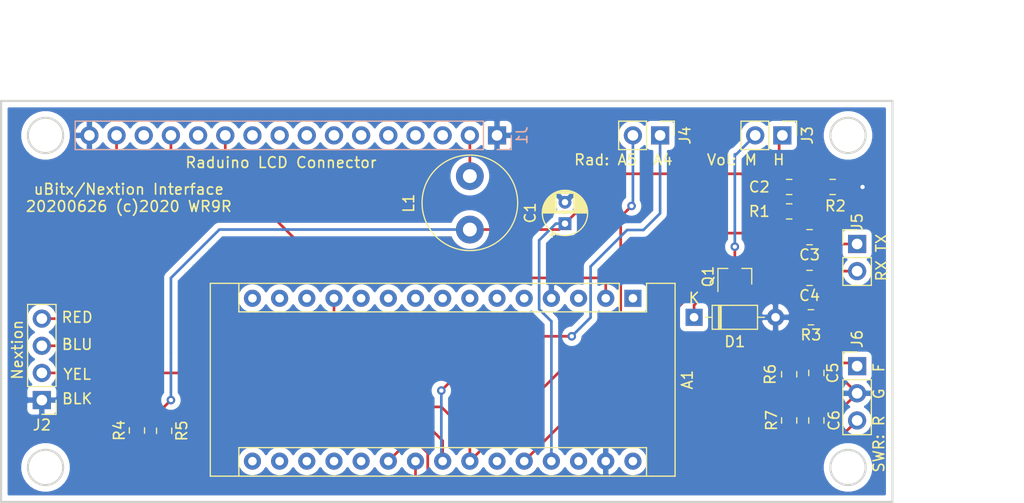
<source format=kicad_pcb>
(kicad_pcb (version 20171130) (host pcbnew "(5.1.5)-3")

  (general
    (thickness 1.6)
    (drawings 23)
    (tracks 134)
    (zones 0)
    (modules 23)
    (nets 48)
  )

  (page A4)
  (layers
    (0 F.Cu signal)
    (31 B.Cu signal)
    (32 B.Adhes user)
    (33 F.Adhes user)
    (34 B.Paste user)
    (35 F.Paste user)
    (36 B.SilkS user)
    (37 F.SilkS user)
    (38 B.Mask user)
    (39 F.Mask user)
    (40 Dwgs.User user)
    (41 Cmts.User user)
    (42 Eco1.User user hide)
    (43 Eco2.User user hide)
    (44 Edge.Cuts user)
    (45 Margin user)
    (46 B.CrtYd user hide)
    (47 F.CrtYd user hide)
    (48 B.Fab user hide)
    (49 F.Fab user hide)
  )

  (setup
    (last_trace_width 0.25)
    (trace_clearance 0.2)
    (zone_clearance 0.508)
    (zone_45_only no)
    (trace_min 0.2)
    (via_size 0.8)
    (via_drill 0.4)
    (via_min_size 0.4)
    (via_min_drill 0.3)
    (uvia_size 0.3)
    (uvia_drill 0.1)
    (uvias_allowed no)
    (uvia_min_size 0.2)
    (uvia_min_drill 0.1)
    (edge_width 0.05)
    (segment_width 0.2)
    (pcb_text_width 0.3)
    (pcb_text_size 1.5 1.5)
    (mod_edge_width 0.12)
    (mod_text_size 1 1)
    (mod_text_width 0.15)
    (pad_size 1.524 1.524)
    (pad_drill 0.762)
    (pad_to_mask_clearance 0.051)
    (solder_mask_min_width 0.25)
    (aux_axis_origin 0 0)
    (grid_origin 68.2371 117.474999)
    (visible_elements 7FFFFFFF)
    (pcbplotparams
      (layerselection 0x010e0_ffffffff)
      (usegerberextensions false)
      (usegerberattributes false)
      (usegerberadvancedattributes false)
      (creategerberjobfile false)
      (excludeedgelayer true)
      (linewidth 0.100000)
      (plotframeref false)
      (viasonmask false)
      (mode 1)
      (useauxorigin false)
      (hpglpennumber 1)
      (hpglpenspeed 20)
      (hpglpendiameter 15.000000)
      (psnegative false)
      (psa4output false)
      (plotreference true)
      (plotvalue true)
      (plotinvisibletext false)
      (padsonsilk false)
      (subtractmaskfromsilk false)
      (outputformat 1)
      (mirror false)
      (drillshape 0)
      (scaleselection 1)
      (outputdirectory "Gerbers/"))
  )

  (net 0 "")
  (net 1 GND)
  (net 2 VAA)
  (net 3 /REV)
  (net 4 /FWD)
  (net 5 /S-METER)
  (net 6 /TX)
  (net 7 /RX)
  (net 8 /ANTI-POP)
  (net 9 "Net-(A1-Pad16)")
  (net 10 "Net-(A1-Pad15)")
  (net 11 "Net-(A1-Pad30)")
  (net 12 "Net-(A1-Pad14)")
  (net 13 "Net-(A1-Pad13)")
  (net 14 "Net-(A1-Pad28)")
  (net 15 "Net-(A1-Pad12)")
  (net 16 "Net-(A1-Pad11)")
  (net 17 "Net-(A1-Pad26)")
  (net 18 "Net-(A1-Pad10)")
  (net 19 "Net-(A1-Pad25)")
  (net 20 "Net-(A1-Pad9)")
  (net 21 "Net-(A1-Pad24)")
  (net 22 "Net-(A1-Pad8)")
  (net 23 "Net-(A1-Pad23)")
  (net 24 "Net-(A1-Pad7)")
  (net 25 "Net-(A1-Pad6)")
  (net 26 "Net-(A1-Pad5)")
  (net 27 "Net-(A1-Pad20)")
  (net 28 "Net-(A1-Pad19)")
  (net 29 "Net-(A1-Pad3)")
  (net 30 "Net-(A1-Pad18)")
  (net 31 "Net-(A1-Pad2)")
  (net 32 "Net-(A1-Pad17)")
  (net 33 "Net-(A1-Pad1)")
  (net 34 "Net-(C3-Pad2)")
  (net 35 "Net-(J1-Pad15)")
  (net 36 "Net-(J1-Pad14)")
  (net 37 "Net-(J1-Pad13)")
  (net 38 "Net-(J1-Pad12)")
  (net 39 "Net-(J1-Pad10)")
  (net 40 "Net-(J1-Pad9)")
  (net 41 "Net-(J1-Pad8)")
  (net 42 "Net-(J1-Pad7)")
  (net 43 "Net-(J1-Pad6)")
  (net 44 "Net-(J1-Pad5)")
  (net 45 "Net-(J1-Pad4)")
  (net 46 "Net-(J1-Pad3)")
  (net 47 "Net-(J1-Pad2)")

  (net_class Default "This is the default net class."
    (clearance 0.2)
    (trace_width 0.25)
    (via_dia 0.8)
    (via_drill 0.4)
    (uvia_dia 0.3)
    (uvia_drill 0.1)
    (add_net /ANTI-POP)
    (add_net /FWD)
    (add_net /REV)
    (add_net /RX)
    (add_net /S-METER)
    (add_net /TX)
    (add_net GND)
    (add_net "Net-(A1-Pad1)")
    (add_net "Net-(A1-Pad10)")
    (add_net "Net-(A1-Pad11)")
    (add_net "Net-(A1-Pad12)")
    (add_net "Net-(A1-Pad13)")
    (add_net "Net-(A1-Pad14)")
    (add_net "Net-(A1-Pad15)")
    (add_net "Net-(A1-Pad16)")
    (add_net "Net-(A1-Pad17)")
    (add_net "Net-(A1-Pad18)")
    (add_net "Net-(A1-Pad19)")
    (add_net "Net-(A1-Pad2)")
    (add_net "Net-(A1-Pad20)")
    (add_net "Net-(A1-Pad23)")
    (add_net "Net-(A1-Pad24)")
    (add_net "Net-(A1-Pad25)")
    (add_net "Net-(A1-Pad26)")
    (add_net "Net-(A1-Pad28)")
    (add_net "Net-(A1-Pad3)")
    (add_net "Net-(A1-Pad30)")
    (add_net "Net-(A1-Pad5)")
    (add_net "Net-(A1-Pad6)")
    (add_net "Net-(A1-Pad7)")
    (add_net "Net-(A1-Pad8)")
    (add_net "Net-(A1-Pad9)")
    (add_net "Net-(C3-Pad2)")
    (add_net "Net-(J1-Pad10)")
    (add_net "Net-(J1-Pad12)")
    (add_net "Net-(J1-Pad13)")
    (add_net "Net-(J1-Pad14)")
    (add_net "Net-(J1-Pad15)")
    (add_net "Net-(J1-Pad2)")
    (add_net "Net-(J1-Pad3)")
    (add_net "Net-(J1-Pad4)")
    (add_net "Net-(J1-Pad5)")
    (add_net "Net-(J1-Pad6)")
    (add_net "Net-(J1-Pad7)")
    (add_net "Net-(J1-Pad8)")
    (add_net "Net-(J1-Pad9)")
    (add_net VAA)
  )

  (module Package_TO_SOT_SMD:SOT-23 (layer F.Cu) (tedit 5A02FF57) (tstamp 5EF64800)
    (at 136.8171 96.392999 90)
    (descr "SOT-23, Standard")
    (tags SOT-23)
    (path /5EFE54D5)
    (attr smd)
    (fp_text reference Q1 (at 0 -2.5 90) (layer F.SilkS)
      (effects (font (size 1 1) (thickness 0.15)))
    )
    (fp_text value 2N7002E (at 0 2.5 90) (layer F.Fab)
      (effects (font (size 1 1) (thickness 0.15)))
    )
    (fp_line (start 0.76 1.58) (end -0.7 1.58) (layer F.SilkS) (width 0.12))
    (fp_line (start 0.76 -1.58) (end -1.4 -1.58) (layer F.SilkS) (width 0.12))
    (fp_line (start -1.7 1.75) (end -1.7 -1.75) (layer F.CrtYd) (width 0.05))
    (fp_line (start 1.7 1.75) (end -1.7 1.75) (layer F.CrtYd) (width 0.05))
    (fp_line (start 1.7 -1.75) (end 1.7 1.75) (layer F.CrtYd) (width 0.05))
    (fp_line (start -1.7 -1.75) (end 1.7 -1.75) (layer F.CrtYd) (width 0.05))
    (fp_line (start 0.76 -1.58) (end 0.76 -0.65) (layer F.SilkS) (width 0.12))
    (fp_line (start 0.76 1.58) (end 0.76 0.65) (layer F.SilkS) (width 0.12))
    (fp_line (start -0.7 1.52) (end 0.7 1.52) (layer F.Fab) (width 0.1))
    (fp_line (start 0.7 -1.52) (end 0.7 1.52) (layer F.Fab) (width 0.1))
    (fp_line (start -0.7 -0.95) (end -0.15 -1.52) (layer F.Fab) (width 0.1))
    (fp_line (start -0.15 -1.52) (end 0.7 -1.52) (layer F.Fab) (width 0.1))
    (fp_line (start -0.7 -0.95) (end -0.7 1.5) (layer F.Fab) (width 0.1))
    (fp_text user %R (at 0 0) (layer F.Fab)
      (effects (font (size 0.5 0.5) (thickness 0.075)))
    )
    (pad 3 smd rect (at 1 0 90) (size 0.9 0.8) (layers F.Cu F.Paste F.Mask)
      (net 8 /ANTI-POP))
    (pad 2 smd rect (at -1 0.95 90) (size 0.9 0.8) (layers F.Cu F.Paste F.Mask)
      (net 1 GND))
    (pad 1 smd rect (at -1 -0.95 90) (size 0.9 0.8) (layers F.Cu F.Paste F.Mask)
      (net 34 "Net-(C3-Pad2)"))
    (model ${KISYS3DMOD}/Package_TO_SOT_SMD.3dshapes/SOT-23.wrl
      (at (xyz 0 0 0))
      (scale (xyz 1 1 1))
      (rotate (xyz 0 0 0))
    )
  )

  (module Resistor_SMD:R_0805_2012Metric (layer F.Cu) (tedit 5B36C52B) (tstamp 5EF64873)
    (at 141.8971 109.854999 90)
    (descr "Resistor SMD 0805 (2012 Metric), square (rectangular) end terminal, IPC_7351 nominal, (Body size source: https://docs.google.com/spreadsheets/d/1BsfQQcO9C6DZCsRaXUlFlo91Tg2WpOkGARC1WS5S8t0/edit?usp=sharing), generated with kicad-footprint-generator")
    (tags resistor)
    (path /5EF77199)
    (attr smd)
    (fp_text reference R7 (at 0 -1.65 90) (layer F.SilkS)
      (effects (font (size 1 1) (thickness 0.15)))
    )
    (fp_text value 22K (at 0 1.65 90) (layer F.Fab)
      (effects (font (size 1 1) (thickness 0.15)))
    )
    (fp_text user %R (at 0 0 90) (layer F.Fab)
      (effects (font (size 0.5 0.5) (thickness 0.08)))
    )
    (fp_line (start 1.68 0.95) (end -1.68 0.95) (layer F.CrtYd) (width 0.05))
    (fp_line (start 1.68 -0.95) (end 1.68 0.95) (layer F.CrtYd) (width 0.05))
    (fp_line (start -1.68 -0.95) (end 1.68 -0.95) (layer F.CrtYd) (width 0.05))
    (fp_line (start -1.68 0.95) (end -1.68 -0.95) (layer F.CrtYd) (width 0.05))
    (fp_line (start -0.258578 0.71) (end 0.258578 0.71) (layer F.SilkS) (width 0.12))
    (fp_line (start -0.258578 -0.71) (end 0.258578 -0.71) (layer F.SilkS) (width 0.12))
    (fp_line (start 1 0.6) (end -1 0.6) (layer F.Fab) (width 0.1))
    (fp_line (start 1 -0.6) (end 1 0.6) (layer F.Fab) (width 0.1))
    (fp_line (start -1 -0.6) (end 1 -0.6) (layer F.Fab) (width 0.1))
    (fp_line (start -1 0.6) (end -1 -0.6) (layer F.Fab) (width 0.1))
    (pad 2 smd roundrect (at 0.9375 0 90) (size 0.975 1.4) (layers F.Cu F.Paste F.Mask) (roundrect_rratio 0.25)
      (net 1 GND))
    (pad 1 smd roundrect (at -0.9375 0 90) (size 0.975 1.4) (layers F.Cu F.Paste F.Mask) (roundrect_rratio 0.25)
      (net 3 /REV))
    (model ${KISYS3DMOD}/Resistor_SMD.3dshapes/R_0805_2012Metric.wrl
      (at (xyz 0 0 0))
      (scale (xyz 1 1 1))
      (rotate (xyz 0 0 0))
    )
  )

  (module Resistor_SMD:R_0805_2012Metric (layer F.Cu) (tedit 5B36C52B) (tstamp 5EF64862)
    (at 141.8971 105.536999 270)
    (descr "Resistor SMD 0805 (2012 Metric), square (rectangular) end terminal, IPC_7351 nominal, (Body size source: https://docs.google.com/spreadsheets/d/1BsfQQcO9C6DZCsRaXUlFlo91Tg2WpOkGARC1WS5S8t0/edit?usp=sharing), generated with kicad-footprint-generator")
    (tags resistor)
    (path /5EF793EA)
    (attr smd)
    (fp_text reference R6 (at 0 1.778 90) (layer F.SilkS)
      (effects (font (size 1 1) (thickness 0.15)))
    )
    (fp_text value 22K (at 0 1.65 90) (layer F.Fab)
      (effects (font (size 1 1) (thickness 0.15)))
    )
    (fp_text user %R (at 0 0 90) (layer F.Fab)
      (effects (font (size 0.5 0.5) (thickness 0.08)))
    )
    (fp_line (start 1.68 0.95) (end -1.68 0.95) (layer F.CrtYd) (width 0.05))
    (fp_line (start 1.68 -0.95) (end 1.68 0.95) (layer F.CrtYd) (width 0.05))
    (fp_line (start -1.68 -0.95) (end 1.68 -0.95) (layer F.CrtYd) (width 0.05))
    (fp_line (start -1.68 0.95) (end -1.68 -0.95) (layer F.CrtYd) (width 0.05))
    (fp_line (start -0.258578 0.71) (end 0.258578 0.71) (layer F.SilkS) (width 0.12))
    (fp_line (start -0.258578 -0.71) (end 0.258578 -0.71) (layer F.SilkS) (width 0.12))
    (fp_line (start 1 0.6) (end -1 0.6) (layer F.Fab) (width 0.1))
    (fp_line (start 1 -0.6) (end 1 0.6) (layer F.Fab) (width 0.1))
    (fp_line (start -1 -0.6) (end 1 -0.6) (layer F.Fab) (width 0.1))
    (fp_line (start -1 0.6) (end -1 -0.6) (layer F.Fab) (width 0.1))
    (pad 2 smd roundrect (at 0.9375 0 270) (size 0.975 1.4) (layers F.Cu F.Paste F.Mask) (roundrect_rratio 0.25)
      (net 1 GND))
    (pad 1 smd roundrect (at -0.9375 0 270) (size 0.975 1.4) (layers F.Cu F.Paste F.Mask) (roundrect_rratio 0.25)
      (net 4 /FWD))
    (model ${KISYS3DMOD}/Resistor_SMD.3dshapes/R_0805_2012Metric.wrl
      (at (xyz 0 0 0))
      (scale (xyz 1 1 1))
      (rotate (xyz 0 0 0))
    )
  )

  (module Resistor_SMD:R_0805_2012Metric (layer F.Cu) (tedit 5B36C52B) (tstamp 5EF64851)
    (at 143.9291 100.202999 180)
    (descr "Resistor SMD 0805 (2012 Metric), square (rectangular) end terminal, IPC_7351 nominal, (Body size source: https://docs.google.com/spreadsheets/d/1BsfQQcO9C6DZCsRaXUlFlo91Tg2WpOkGARC1WS5S8t0/edit?usp=sharing), generated with kicad-footprint-generator")
    (tags resistor)
    (path /5EFDB1C3)
    (attr smd)
    (fp_text reference R3 (at 0 -1.65) (layer F.SilkS)
      (effects (font (size 1 1) (thickness 0.15)))
    )
    (fp_text value 22K (at 0 1.65) (layer F.Fab)
      (effects (font (size 1 1) (thickness 0.15)))
    )
    (fp_text user %R (at 0 0) (layer F.Fab)
      (effects (font (size 0.5 0.5) (thickness 0.08)))
    )
    (fp_line (start 1.68 0.95) (end -1.68 0.95) (layer F.CrtYd) (width 0.05))
    (fp_line (start 1.68 -0.95) (end 1.68 0.95) (layer F.CrtYd) (width 0.05))
    (fp_line (start -1.68 -0.95) (end 1.68 -0.95) (layer F.CrtYd) (width 0.05))
    (fp_line (start -1.68 0.95) (end -1.68 -0.95) (layer F.CrtYd) (width 0.05))
    (fp_line (start -0.258578 0.71) (end 0.258578 0.71) (layer F.SilkS) (width 0.12))
    (fp_line (start -0.258578 -0.71) (end 0.258578 -0.71) (layer F.SilkS) (width 0.12))
    (fp_line (start 1 0.6) (end -1 0.6) (layer F.Fab) (width 0.1))
    (fp_line (start 1 -0.6) (end 1 0.6) (layer F.Fab) (width 0.1))
    (fp_line (start -1 -0.6) (end 1 -0.6) (layer F.Fab) (width 0.1))
    (fp_line (start -1 0.6) (end -1 -0.6) (layer F.Fab) (width 0.1))
    (pad 2 smd roundrect (at 0.9375 0 180) (size 0.975 1.4) (layers F.Cu F.Paste F.Mask) (roundrect_rratio 0.25)
      (net 1 GND))
    (pad 1 smd roundrect (at -0.9375 0 180) (size 0.975 1.4) (layers F.Cu F.Paste F.Mask) (roundrect_rratio 0.25)
      (net 34 "Net-(C3-Pad2)"))
    (model ${KISYS3DMOD}/Resistor_SMD.3dshapes/R_0805_2012Metric.wrl
      (at (xyz 0 0 0))
      (scale (xyz 1 1 1))
      (rotate (xyz 0 0 0))
    )
  )

  (module Resistor_SMD:R_0805_2012Metric (layer F.Cu) (tedit 5B36C52B) (tstamp 5EF60051)
    (at 83.4771 110.822499 270)
    (descr "Resistor SMD 0805 (2012 Metric), square (rectangular) end terminal, IPC_7351 nominal, (Body size source: https://docs.google.com/spreadsheets/d/1BsfQQcO9C6DZCsRaXUlFlo91Tg2WpOkGARC1WS5S8t0/edit?usp=sharing), generated with kicad-footprint-generator")
    (tags resistor)
    (path /5EF7F1FE)
    (attr smd)
    (fp_text reference R5 (at 0 -1.65 90) (layer F.SilkS)
      (effects (font (size 1 1) (thickness 0.15)))
    )
    (fp_text value 2.2K (at 0 1.65 90) (layer F.Fab)
      (effects (font (size 1 1) (thickness 0.15)))
    )
    (fp_text user %R (at 0 0 90) (layer F.Fab)
      (effects (font (size 0.5 0.5) (thickness 0.08)))
    )
    (fp_line (start 1.68 0.95) (end -1.68 0.95) (layer F.CrtYd) (width 0.05))
    (fp_line (start 1.68 -0.95) (end 1.68 0.95) (layer F.CrtYd) (width 0.05))
    (fp_line (start -1.68 -0.95) (end 1.68 -0.95) (layer F.CrtYd) (width 0.05))
    (fp_line (start -1.68 0.95) (end -1.68 -0.95) (layer F.CrtYd) (width 0.05))
    (fp_line (start -0.258578 0.71) (end 0.258578 0.71) (layer F.SilkS) (width 0.12))
    (fp_line (start -0.258578 -0.71) (end 0.258578 -0.71) (layer F.SilkS) (width 0.12))
    (fp_line (start 1 0.6) (end -1 0.6) (layer F.Fab) (width 0.1))
    (fp_line (start 1 -0.6) (end 1 0.6) (layer F.Fab) (width 0.1))
    (fp_line (start -1 -0.6) (end 1 -0.6) (layer F.Fab) (width 0.1))
    (fp_line (start -1 0.6) (end -1 -0.6) (layer F.Fab) (width 0.1))
    (pad 2 smd roundrect (at 0.9375 0 270) (size 0.975 1.4) (layers F.Cu F.Paste F.Mask) (roundrect_rratio 0.25)
      (net 21 "Net-(A1-Pad24)"))
    (pad 1 smd roundrect (at -0.9375 0 270) (size 0.975 1.4) (layers F.Cu F.Paste F.Mask) (roundrect_rratio 0.25)
      (net 2 VAA))
    (model ${KISYS3DMOD}/Resistor_SMD.3dshapes/R_0805_2012Metric.wrl
      (at (xyz 0 0 0))
      (scale (xyz 1 1 1))
      (rotate (xyz 0 0 0))
    )
  )

  (module Resistor_SMD:R_0805_2012Metric (layer F.Cu) (tedit 5B36C52B) (tstamp 5EF6003A)
    (at 80.9371 110.792499 90)
    (descr "Resistor SMD 0805 (2012 Metric), square (rectangular) end terminal, IPC_7351 nominal, (Body size source: https://docs.google.com/spreadsheets/d/1BsfQQcO9C6DZCsRaXUlFlo91Tg2WpOkGARC1WS5S8t0/edit?usp=sharing), generated with kicad-footprint-generator")
    (tags resistor)
    (path /5EF7E9A6)
    (attr smd)
    (fp_text reference R4 (at 0 -1.65 90) (layer F.SilkS)
      (effects (font (size 1 1) (thickness 0.15)))
    )
    (fp_text value 2.2K (at 0 1.65 90) (layer F.Fab)
      (effects (font (size 1 1) (thickness 0.15)))
    )
    (fp_text user %R (at 0 0 90) (layer F.Fab)
      (effects (font (size 0.5 0.5) (thickness 0.08)))
    )
    (fp_line (start 1.68 0.95) (end -1.68 0.95) (layer F.CrtYd) (width 0.05))
    (fp_line (start 1.68 -0.95) (end 1.68 0.95) (layer F.CrtYd) (width 0.05))
    (fp_line (start -1.68 -0.95) (end 1.68 -0.95) (layer F.CrtYd) (width 0.05))
    (fp_line (start -1.68 0.95) (end -1.68 -0.95) (layer F.CrtYd) (width 0.05))
    (fp_line (start -0.258578 0.71) (end 0.258578 0.71) (layer F.SilkS) (width 0.12))
    (fp_line (start -0.258578 -0.71) (end 0.258578 -0.71) (layer F.SilkS) (width 0.12))
    (fp_line (start 1 0.6) (end -1 0.6) (layer F.Fab) (width 0.1))
    (fp_line (start 1 -0.6) (end 1 0.6) (layer F.Fab) (width 0.1))
    (fp_line (start -1 -0.6) (end 1 -0.6) (layer F.Fab) (width 0.1))
    (fp_line (start -1 0.6) (end -1 -0.6) (layer F.Fab) (width 0.1))
    (pad 2 smd roundrect (at 0.9375 0 90) (size 0.975 1.4) (layers F.Cu F.Paste F.Mask) (roundrect_rratio 0.25)
      (net 2 VAA))
    (pad 1 smd roundrect (at -0.9375 0 90) (size 0.975 1.4) (layers F.Cu F.Paste F.Mask) (roundrect_rratio 0.25)
      (net 23 "Net-(A1-Pad23)"))
    (model ${KISYS3DMOD}/Resistor_SMD.3dshapes/R_0805_2012Metric.wrl
      (at (xyz 0 0 0))
      (scale (xyz 1 1 1))
      (rotate (xyz 0 0 0))
    )
  )

  (module Resistor_SMD:R_0805_2012Metric (layer F.Cu) (tedit 5B36C52B) (tstamp 5EF60023)
    (at 145.9611 88.010999)
    (descr "Resistor SMD 0805 (2012 Metric), square (rectangular) end terminal, IPC_7351 nominal, (Body size source: https://docs.google.com/spreadsheets/d/1BsfQQcO9C6DZCsRaXUlFlo91Tg2WpOkGARC1WS5S8t0/edit?usp=sharing), generated with kicad-footprint-generator")
    (tags resistor)
    (path /5EF8D483)
    (attr smd)
    (fp_text reference R2 (at 0.254 1.778) (layer F.SilkS)
      (effects (font (size 1 1) (thickness 0.15)))
    )
    (fp_text value 22K (at 0 1.65) (layer F.Fab)
      (effects (font (size 1 1) (thickness 0.15)))
    )
    (fp_text user %R (at 0 0) (layer F.Fab)
      (effects (font (size 0.5 0.5) (thickness 0.08)))
    )
    (fp_line (start 1.68 0.95) (end -1.68 0.95) (layer F.CrtYd) (width 0.05))
    (fp_line (start 1.68 -0.95) (end 1.68 0.95) (layer F.CrtYd) (width 0.05))
    (fp_line (start -1.68 -0.95) (end 1.68 -0.95) (layer F.CrtYd) (width 0.05))
    (fp_line (start -1.68 0.95) (end -1.68 -0.95) (layer F.CrtYd) (width 0.05))
    (fp_line (start -0.258578 0.71) (end 0.258578 0.71) (layer F.SilkS) (width 0.12))
    (fp_line (start -0.258578 -0.71) (end 0.258578 -0.71) (layer F.SilkS) (width 0.12))
    (fp_line (start 1 0.6) (end -1 0.6) (layer F.Fab) (width 0.1))
    (fp_line (start 1 -0.6) (end 1 0.6) (layer F.Fab) (width 0.1))
    (fp_line (start -1 -0.6) (end 1 -0.6) (layer F.Fab) (width 0.1))
    (fp_line (start -1 0.6) (end -1 -0.6) (layer F.Fab) (width 0.1))
    (pad 2 smd roundrect (at 0.9375 0) (size 0.975 1.4) (layers F.Cu F.Paste F.Mask) (roundrect_rratio 0.25)
      (net 1 GND))
    (pad 1 smd roundrect (at -0.9375 0) (size 0.975 1.4) (layers F.Cu F.Paste F.Mask) (roundrect_rratio 0.25)
      (net 17 "Net-(A1-Pad26)"))
    (model ${KISYS3DMOD}/Resistor_SMD.3dshapes/R_0805_2012Metric.wrl
      (at (xyz 0 0 0))
      (scale (xyz 1 1 1))
      (rotate (xyz 0 0 0))
    )
  )

  (module Resistor_SMD:R_0805_2012Metric (layer F.Cu) (tedit 5B36C52B) (tstamp 5EF6000C)
    (at 141.8971 90.296999)
    (descr "Resistor SMD 0805 (2012 Metric), square (rectangular) end terminal, IPC_7351 nominal, (Body size source: https://docs.google.com/spreadsheets/d/1BsfQQcO9C6DZCsRaXUlFlo91Tg2WpOkGARC1WS5S8t0/edit?usp=sharing), generated with kicad-footprint-generator")
    (tags resistor)
    (path /5EF8D489)
    (attr smd)
    (fp_text reference R1 (at -2.794 0 180) (layer F.SilkS)
      (effects (font (size 1 1) (thickness 0.15)))
    )
    (fp_text value 22K (at 0 1.65) (layer F.Fab)
      (effects (font (size 1 1) (thickness 0.15)))
    )
    (fp_text user %R (at 0 0) (layer F.Fab)
      (effects (font (size 0.5 0.5) (thickness 0.08)))
    )
    (fp_line (start 1.68 0.95) (end -1.68 0.95) (layer F.CrtYd) (width 0.05))
    (fp_line (start 1.68 -0.95) (end 1.68 0.95) (layer F.CrtYd) (width 0.05))
    (fp_line (start -1.68 -0.95) (end 1.68 -0.95) (layer F.CrtYd) (width 0.05))
    (fp_line (start -1.68 0.95) (end -1.68 -0.95) (layer F.CrtYd) (width 0.05))
    (fp_line (start -0.258578 0.71) (end 0.258578 0.71) (layer F.SilkS) (width 0.12))
    (fp_line (start -0.258578 -0.71) (end 0.258578 -0.71) (layer F.SilkS) (width 0.12))
    (fp_line (start 1 0.6) (end -1 0.6) (layer F.Fab) (width 0.1))
    (fp_line (start 1 -0.6) (end 1 0.6) (layer F.Fab) (width 0.1))
    (fp_line (start -1 -0.6) (end 1 -0.6) (layer F.Fab) (width 0.1))
    (fp_line (start -1 0.6) (end -1 -0.6) (layer F.Fab) (width 0.1))
    (pad 2 smd roundrect (at 0.9375 0) (size 0.975 1.4) (layers F.Cu F.Paste F.Mask) (roundrect_rratio 0.25)
      (net 17 "Net-(A1-Pad26)"))
    (pad 1 smd roundrect (at -0.9375 0) (size 0.975 1.4) (layers F.Cu F.Paste F.Mask) (roundrect_rratio 0.25)
      (net 2 VAA))
    (model ${KISYS3DMOD}/Resistor_SMD.3dshapes/R_0805_2012Metric.wrl
      (at (xyz 0 0 0))
      (scale (xyz 1 1 1))
      (rotate (xyz 0 0 0))
    )
  )

  (module Connector_PinHeader_2.54mm:PinHeader_1x02_P2.54mm_Vertical (layer F.Cu) (tedit 59FED5CC) (tstamp 5EF647E2)
    (at 148.2471 93.344999)
    (descr "Through hole straight pin header, 1x02, 2.54mm pitch, single row")
    (tags "Through hole pin header THT 1x02 2.54mm single row")
    (path /5EFD36AA)
    (fp_text reference J5 (at 0 -2.032 90) (layer F.SilkS)
      (effects (font (size 1 1) (thickness 0.15)))
    )
    (fp_text value Conn_01x02_Female (at 0 4.87) (layer F.Fab)
      (effects (font (size 1 1) (thickness 0.15)))
    )
    (fp_text user %R (at 0 1.27 90) (layer F.Fab)
      (effects (font (size 1 1) (thickness 0.15)))
    )
    (fp_line (start 1.8 -1.8) (end -1.8 -1.8) (layer F.CrtYd) (width 0.05))
    (fp_line (start 1.8 4.35) (end 1.8 -1.8) (layer F.CrtYd) (width 0.05))
    (fp_line (start -1.8 4.35) (end 1.8 4.35) (layer F.CrtYd) (width 0.05))
    (fp_line (start -1.8 -1.8) (end -1.8 4.35) (layer F.CrtYd) (width 0.05))
    (fp_line (start -1.33 -1.33) (end 0 -1.33) (layer F.SilkS) (width 0.12))
    (fp_line (start -1.33 0) (end -1.33 -1.33) (layer F.SilkS) (width 0.12))
    (fp_line (start -1.33 1.27) (end 1.33 1.27) (layer F.SilkS) (width 0.12))
    (fp_line (start 1.33 1.27) (end 1.33 3.87) (layer F.SilkS) (width 0.12))
    (fp_line (start -1.33 1.27) (end -1.33 3.87) (layer F.SilkS) (width 0.12))
    (fp_line (start -1.33 3.87) (end 1.33 3.87) (layer F.SilkS) (width 0.12))
    (fp_line (start -1.27 -0.635) (end -0.635 -1.27) (layer F.Fab) (width 0.1))
    (fp_line (start -1.27 3.81) (end -1.27 -0.635) (layer F.Fab) (width 0.1))
    (fp_line (start 1.27 3.81) (end -1.27 3.81) (layer F.Fab) (width 0.1))
    (fp_line (start 1.27 -1.27) (end 1.27 3.81) (layer F.Fab) (width 0.1))
    (fp_line (start -0.635 -1.27) (end 1.27 -1.27) (layer F.Fab) (width 0.1))
    (pad 2 thru_hole oval (at 0 2.54) (size 1.7 1.7) (drill 1) (layers *.Cu *.Mask)
      (net 7 /RX))
    (pad 1 thru_hole rect (at 0 0) (size 1.7 1.7) (drill 1) (layers *.Cu *.Mask)
      (net 6 /TX))
    (model ${KISYS3DMOD}/Connector_PinHeader_2.54mm.3dshapes/PinHeader_1x02_P2.54mm_Vertical.wrl
      (at (xyz 0 0 0))
      (scale (xyz 1 1 1))
      (rotate (xyz 0 0 0))
    )
  )

  (module Diode_THT:D_DO-35_SOD27_P7.62mm_Horizontal (layer F.Cu) (tedit 5AE50CD5) (tstamp 5EF646D8)
    (at 133.0071 100.202999)
    (descr "Diode, DO-35_SOD27 series, Axial, Horizontal, pin pitch=7.62mm, , length*diameter=4*2mm^2, , http://www.diodes.com/_files/packages/DO-35.pdf")
    (tags "Diode DO-35_SOD27 series Axial Horizontal pin pitch 7.62mm  length 4mm diameter 2mm")
    (path /5EFD8DE7)
    (fp_text reference D1 (at 3.81 2.286) (layer F.SilkS)
      (effects (font (size 1 1) (thickness 0.15)))
    )
    (fp_text value 1N914 (at 3.81 2.12) (layer F.Fab)
      (effects (font (size 1 1) (thickness 0.15)))
    )
    (fp_text user K (at 0 -1.8) (layer F.SilkS)
      (effects (font (size 1 1) (thickness 0.15)))
    )
    (fp_text user K (at 0 -1.8) (layer F.Fab)
      (effects (font (size 1 1) (thickness 0.15)))
    )
    (fp_text user %R (at 4.11 0) (layer F.Fab)
      (effects (font (size 0.8 0.8) (thickness 0.12)))
    )
    (fp_line (start 8.67 -1.25) (end -1.05 -1.25) (layer F.CrtYd) (width 0.05))
    (fp_line (start 8.67 1.25) (end 8.67 -1.25) (layer F.CrtYd) (width 0.05))
    (fp_line (start -1.05 1.25) (end 8.67 1.25) (layer F.CrtYd) (width 0.05))
    (fp_line (start -1.05 -1.25) (end -1.05 1.25) (layer F.CrtYd) (width 0.05))
    (fp_line (start 2.29 -1.12) (end 2.29 1.12) (layer F.SilkS) (width 0.12))
    (fp_line (start 2.53 -1.12) (end 2.53 1.12) (layer F.SilkS) (width 0.12))
    (fp_line (start 2.41 -1.12) (end 2.41 1.12) (layer F.SilkS) (width 0.12))
    (fp_line (start 6.58 0) (end 5.93 0) (layer F.SilkS) (width 0.12))
    (fp_line (start 1.04 0) (end 1.69 0) (layer F.SilkS) (width 0.12))
    (fp_line (start 5.93 -1.12) (end 1.69 -1.12) (layer F.SilkS) (width 0.12))
    (fp_line (start 5.93 1.12) (end 5.93 -1.12) (layer F.SilkS) (width 0.12))
    (fp_line (start 1.69 1.12) (end 5.93 1.12) (layer F.SilkS) (width 0.12))
    (fp_line (start 1.69 -1.12) (end 1.69 1.12) (layer F.SilkS) (width 0.12))
    (fp_line (start 2.31 -1) (end 2.31 1) (layer F.Fab) (width 0.1))
    (fp_line (start 2.51 -1) (end 2.51 1) (layer F.Fab) (width 0.1))
    (fp_line (start 2.41 -1) (end 2.41 1) (layer F.Fab) (width 0.1))
    (fp_line (start 7.62 0) (end 5.81 0) (layer F.Fab) (width 0.1))
    (fp_line (start 0 0) (end 1.81 0) (layer F.Fab) (width 0.1))
    (fp_line (start 5.81 -1) (end 1.81 -1) (layer F.Fab) (width 0.1))
    (fp_line (start 5.81 1) (end 5.81 -1) (layer F.Fab) (width 0.1))
    (fp_line (start 1.81 1) (end 5.81 1) (layer F.Fab) (width 0.1))
    (fp_line (start 1.81 -1) (end 1.81 1) (layer F.Fab) (width 0.1))
    (pad 2 thru_hole oval (at 7.62 0) (size 1.6 1.6) (drill 0.8) (layers *.Cu *.Mask)
      (net 1 GND))
    (pad 1 thru_hole rect (at 0 0) (size 1.6 1.6) (drill 0.8) (layers *.Cu *.Mask)
      (net 34 "Net-(C3-Pad2)"))
    (model ${KISYS3DMOD}/Diode_THT.3dshapes/D_DO-35_SOD27_P7.62mm_Horizontal.wrl
      (at (xyz 0 0 0))
      (scale (xyz 1 1 1))
      (rotate (xyz 0 0 0))
    )
  )

  (module Capacitor_SMD:C_0805_2012Metric (layer F.Cu) (tedit 5B36C52B) (tstamp 5EF646B9)
    (at 144.4371 109.854999 270)
    (descr "Capacitor SMD 0805 (2012 Metric), square (rectangular) end terminal, IPC_7351 nominal, (Body size source: https://docs.google.com/spreadsheets/d/1BsfQQcO9C6DZCsRaXUlFlo91Tg2WpOkGARC1WS5S8t0/edit?usp=sharing), generated with kicad-footprint-generator")
    (tags capacitor)
    (path /5EF7E7E7)
    (attr smd)
    (fp_text reference C6 (at 0 -1.65 90) (layer F.SilkS)
      (effects (font (size 1 1) (thickness 0.15)))
    )
    (fp_text value 47nF (at 0 1.65 90) (layer F.Fab)
      (effects (font (size 1 1) (thickness 0.15)))
    )
    (fp_text user %R (at 0 0 90) (layer F.Fab)
      (effects (font (size 0.5 0.5) (thickness 0.08)))
    )
    (fp_line (start 1.68 0.95) (end -1.68 0.95) (layer F.CrtYd) (width 0.05))
    (fp_line (start 1.68 -0.95) (end 1.68 0.95) (layer F.CrtYd) (width 0.05))
    (fp_line (start -1.68 -0.95) (end 1.68 -0.95) (layer F.CrtYd) (width 0.05))
    (fp_line (start -1.68 0.95) (end -1.68 -0.95) (layer F.CrtYd) (width 0.05))
    (fp_line (start -0.258578 0.71) (end 0.258578 0.71) (layer F.SilkS) (width 0.12))
    (fp_line (start -0.258578 -0.71) (end 0.258578 -0.71) (layer F.SilkS) (width 0.12))
    (fp_line (start 1 0.6) (end -1 0.6) (layer F.Fab) (width 0.1))
    (fp_line (start 1 -0.6) (end 1 0.6) (layer F.Fab) (width 0.1))
    (fp_line (start -1 -0.6) (end 1 -0.6) (layer F.Fab) (width 0.1))
    (fp_line (start -1 0.6) (end -1 -0.6) (layer F.Fab) (width 0.1))
    (pad 2 smd roundrect (at 0.9375 0 270) (size 0.975 1.4) (layers F.Cu F.Paste F.Mask) (roundrect_rratio 0.25)
      (net 3 /REV))
    (pad 1 smd roundrect (at -0.9375 0 270) (size 0.975 1.4) (layers F.Cu F.Paste F.Mask) (roundrect_rratio 0.25)
      (net 1 GND))
    (model ${KISYS3DMOD}/Capacitor_SMD.3dshapes/C_0805_2012Metric.wrl
      (at (xyz 0 0 0))
      (scale (xyz 1 1 1))
      (rotate (xyz 0 0 0))
    )
  )

  (module Capacitor_SMD:C_0805_2012Metric (layer F.Cu) (tedit 5B36C52B) (tstamp 5EF646A8)
    (at 144.4371 105.409999 90)
    (descr "Capacitor SMD 0805 (2012 Metric), square (rectangular) end terminal, IPC_7351 nominal, (Body size source: https://docs.google.com/spreadsheets/d/1BsfQQcO9C6DZCsRaXUlFlo91Tg2WpOkGARC1WS5S8t0/edit?usp=sharing), generated with kicad-footprint-generator")
    (tags capacitor)
    (path /5EF7C446)
    (attr smd)
    (fp_text reference C5 (at 0 1.524 90) (layer F.SilkS)
      (effects (font (size 1 1) (thickness 0.15)))
    )
    (fp_text value 47nF (at 0 1.65 90) (layer F.Fab)
      (effects (font (size 1 1) (thickness 0.15)))
    )
    (fp_text user %R (at 0 0 90) (layer F.Fab)
      (effects (font (size 0.5 0.5) (thickness 0.08)))
    )
    (fp_line (start 1.68 0.95) (end -1.68 0.95) (layer F.CrtYd) (width 0.05))
    (fp_line (start 1.68 -0.95) (end 1.68 0.95) (layer F.CrtYd) (width 0.05))
    (fp_line (start -1.68 -0.95) (end 1.68 -0.95) (layer F.CrtYd) (width 0.05))
    (fp_line (start -1.68 0.95) (end -1.68 -0.95) (layer F.CrtYd) (width 0.05))
    (fp_line (start -0.258578 0.71) (end 0.258578 0.71) (layer F.SilkS) (width 0.12))
    (fp_line (start -0.258578 -0.71) (end 0.258578 -0.71) (layer F.SilkS) (width 0.12))
    (fp_line (start 1 0.6) (end -1 0.6) (layer F.Fab) (width 0.1))
    (fp_line (start 1 -0.6) (end 1 0.6) (layer F.Fab) (width 0.1))
    (fp_line (start -1 -0.6) (end 1 -0.6) (layer F.Fab) (width 0.1))
    (fp_line (start -1 0.6) (end -1 -0.6) (layer F.Fab) (width 0.1))
    (pad 2 smd roundrect (at 0.9375 0 90) (size 0.975 1.4) (layers F.Cu F.Paste F.Mask) (roundrect_rratio 0.25)
      (net 4 /FWD))
    (pad 1 smd roundrect (at -0.9375 0 90) (size 0.975 1.4) (layers F.Cu F.Paste F.Mask) (roundrect_rratio 0.25)
      (net 1 GND))
    (model ${KISYS3DMOD}/Capacitor_SMD.3dshapes/C_0805_2012Metric.wrl
      (at (xyz 0 0 0))
      (scale (xyz 1 1 1))
      (rotate (xyz 0 0 0))
    )
  )

  (module Capacitor_SMD:C_0805_2012Metric (layer F.Cu) (tedit 5B36C52B) (tstamp 5EF64697)
    (at 143.8021 96.519999 180)
    (descr "Capacitor SMD 0805 (2012 Metric), square (rectangular) end terminal, IPC_7351 nominal, (Body size source: https://docs.google.com/spreadsheets/d/1BsfQQcO9C6DZCsRaXUlFlo91Tg2WpOkGARC1WS5S8t0/edit?usp=sharing), generated with kicad-footprint-generator")
    (tags capacitor)
    (path /5EFCFCAA)
    (attr smd)
    (fp_text reference C4 (at 0 -1.65) (layer F.SilkS)
      (effects (font (size 1 1) (thickness 0.15)))
    )
    (fp_text value 1uF (at 0 1.65) (layer F.Fab)
      (effects (font (size 1 1) (thickness 0.15)))
    )
    (fp_text user %R (at 0 0) (layer F.Fab)
      (effects (font (size 0.5 0.5) (thickness 0.08)))
    )
    (fp_line (start 1.68 0.95) (end -1.68 0.95) (layer F.CrtYd) (width 0.05))
    (fp_line (start 1.68 -0.95) (end 1.68 0.95) (layer F.CrtYd) (width 0.05))
    (fp_line (start -1.68 -0.95) (end 1.68 -0.95) (layer F.CrtYd) (width 0.05))
    (fp_line (start -1.68 0.95) (end -1.68 -0.95) (layer F.CrtYd) (width 0.05))
    (fp_line (start -0.258578 0.71) (end 0.258578 0.71) (layer F.SilkS) (width 0.12))
    (fp_line (start -0.258578 -0.71) (end 0.258578 -0.71) (layer F.SilkS) (width 0.12))
    (fp_line (start 1 0.6) (end -1 0.6) (layer F.Fab) (width 0.1))
    (fp_line (start 1 -0.6) (end 1 0.6) (layer F.Fab) (width 0.1))
    (fp_line (start -1 -0.6) (end 1 -0.6) (layer F.Fab) (width 0.1))
    (fp_line (start -1 0.6) (end -1 -0.6) (layer F.Fab) (width 0.1))
    (pad 2 smd roundrect (at 0.9375 0 180) (size 0.975 1.4) (layers F.Cu F.Paste F.Mask) (roundrect_rratio 0.25)
      (net 34 "Net-(C3-Pad2)"))
    (pad 1 smd roundrect (at -0.9375 0 180) (size 0.975 1.4) (layers F.Cu F.Paste F.Mask) (roundrect_rratio 0.25)
      (net 7 /RX))
    (model ${KISYS3DMOD}/Capacitor_SMD.3dshapes/C_0805_2012Metric.wrl
      (at (xyz 0 0 0))
      (scale (xyz 1 1 1))
      (rotate (xyz 0 0 0))
    )
  )

  (module Capacitor_SMD:C_0805_2012Metric (layer F.Cu) (tedit 5B36C52B) (tstamp 5EF64686)
    (at 143.8021 92.709999 180)
    (descr "Capacitor SMD 0805 (2012 Metric), square (rectangular) end terminal, IPC_7351 nominal, (Body size source: https://docs.google.com/spreadsheets/d/1BsfQQcO9C6DZCsRaXUlFlo91Tg2WpOkGARC1WS5S8t0/edit?usp=sharing), generated with kicad-footprint-generator")
    (tags capacitor)
    (path /5EFCD020)
    (attr smd)
    (fp_text reference C3 (at 0 -1.65) (layer F.SilkS)
      (effects (font (size 1 1) (thickness 0.15)))
    )
    (fp_text value 1uF (at 0 1.65) (layer F.Fab)
      (effects (font (size 1 1) (thickness 0.15)))
    )
    (fp_text user %R (at 0 0) (layer F.Fab)
      (effects (font (size 0.5 0.5) (thickness 0.08)))
    )
    (fp_line (start 1.68 0.95) (end -1.68 0.95) (layer F.CrtYd) (width 0.05))
    (fp_line (start 1.68 -0.95) (end 1.68 0.95) (layer F.CrtYd) (width 0.05))
    (fp_line (start -1.68 -0.95) (end 1.68 -0.95) (layer F.CrtYd) (width 0.05))
    (fp_line (start -1.68 0.95) (end -1.68 -0.95) (layer F.CrtYd) (width 0.05))
    (fp_line (start -0.258578 0.71) (end 0.258578 0.71) (layer F.SilkS) (width 0.12))
    (fp_line (start -0.258578 -0.71) (end 0.258578 -0.71) (layer F.SilkS) (width 0.12))
    (fp_line (start 1 0.6) (end -1 0.6) (layer F.Fab) (width 0.1))
    (fp_line (start 1 -0.6) (end 1 0.6) (layer F.Fab) (width 0.1))
    (fp_line (start -1 -0.6) (end 1 -0.6) (layer F.Fab) (width 0.1))
    (fp_line (start -1 0.6) (end -1 -0.6) (layer F.Fab) (width 0.1))
    (pad 2 smd roundrect (at 0.9375 0 180) (size 0.975 1.4) (layers F.Cu F.Paste F.Mask) (roundrect_rratio 0.25)
      (net 34 "Net-(C3-Pad2)"))
    (pad 1 smd roundrect (at -0.9375 0 180) (size 0.975 1.4) (layers F.Cu F.Paste F.Mask) (roundrect_rratio 0.25)
      (net 6 /TX))
    (model ${KISYS3DMOD}/Capacitor_SMD.3dshapes/C_0805_2012Metric.wrl
      (at (xyz 0 0 0))
      (scale (xyz 1 1 1))
      (rotate (xyz 0 0 0))
    )
  )

  (module Capacitor_SMD:C_0805_2012Metric (layer F.Cu) (tedit 5B36C52B) (tstamp 5EF6208D)
    (at 141.8971 88.010999)
    (descr "Capacitor SMD 0805 (2012 Metric), square (rectangular) end terminal, IPC_7351 nominal, (Body size source: https://docs.google.com/spreadsheets/d/1BsfQQcO9C6DZCsRaXUlFlo91Tg2WpOkGARC1WS5S8t0/edit?usp=sharing), generated with kicad-footprint-generator")
    (tags capacitor)
    (path /5EF9304E)
    (attr smd)
    (fp_text reference C2 (at -2.794 0) (layer F.SilkS)
      (effects (font (size 1 1) (thickness 0.15)))
    )
    (fp_text value 47nF (at 0 1.65) (layer F.Fab)
      (effects (font (size 1 1) (thickness 0.15)))
    )
    (fp_text user %R (at 0 0) (layer F.Fab)
      (effects (font (size 0.5 0.5) (thickness 0.08)))
    )
    (fp_line (start 1.68 0.95) (end -1.68 0.95) (layer F.CrtYd) (width 0.05))
    (fp_line (start 1.68 -0.95) (end 1.68 0.95) (layer F.CrtYd) (width 0.05))
    (fp_line (start -1.68 -0.95) (end 1.68 -0.95) (layer F.CrtYd) (width 0.05))
    (fp_line (start -1.68 0.95) (end -1.68 -0.95) (layer F.CrtYd) (width 0.05))
    (fp_line (start -0.258578 0.71) (end 0.258578 0.71) (layer F.SilkS) (width 0.12))
    (fp_line (start -0.258578 -0.71) (end 0.258578 -0.71) (layer F.SilkS) (width 0.12))
    (fp_line (start 1 0.6) (end -1 0.6) (layer F.Fab) (width 0.1))
    (fp_line (start 1 -0.6) (end 1 0.6) (layer F.Fab) (width 0.1))
    (fp_line (start -1 -0.6) (end 1 -0.6) (layer F.Fab) (width 0.1))
    (fp_line (start -1 0.6) (end -1 -0.6) (layer F.Fab) (width 0.1))
    (pad 2 smd roundrect (at 0.9375 0) (size 0.975 1.4) (layers F.Cu F.Paste F.Mask) (roundrect_rratio 0.25)
      (net 17 "Net-(A1-Pad26)"))
    (pad 1 smd roundrect (at -0.9375 0) (size 0.975 1.4) (layers F.Cu F.Paste F.Mask) (roundrect_rratio 0.25)
      (net 5 /S-METER))
    (model ${KISYS3DMOD}/Capacitor_SMD.3dshapes/C_0805_2012Metric.wrl
      (at (xyz 0 0 0))
      (scale (xyz 1 1 1))
      (rotate (xyz 0 0 0))
    )
  )

  (module Module:Arduino_Nano (layer F.Cu) (tedit 5EF60FFA) (tstamp 5EF5F3F3)
    (at 127.2921 98.424999 270)
    (descr "Arduino Nano, http://www.mouser.com/pdfdocs/Gravitech_Arduino_Nano3_0.pdf")
    (tags "Arduino Nano")
    (path /5EF5F3F0)
    (fp_text reference A1 (at 7.62 -5.08 270) (layer F.SilkS)
      (effects (font (size 1 1) (thickness 0.15)))
    )
    (fp_text value Arduino_Nano_v3.x (at 8.89 19.05) (layer F.Fab)
      (effects (font (size 1 1) (thickness 0.15)))
    )
    (fp_line (start 16.75 42.16) (end -1.53 42.16) (layer F.CrtYd) (width 0.05))
    (fp_line (start 16.75 42.16) (end 16.75 -4.06) (layer F.CrtYd) (width 0.05))
    (fp_line (start -1.53 -4.06) (end -1.53 42.16) (layer F.CrtYd) (width 0.05))
    (fp_line (start -1.53 -4.06) (end 16.75 -4.06) (layer F.CrtYd) (width 0.05))
    (fp_line (start 16.51 -3.81) (end 16.51 39.37) (layer F.Fab) (width 0.1))
    (fp_line (start 0 -3.81) (end 16.51 -3.81) (layer F.Fab) (width 0.1))
    (fp_line (start -1.27 -2.54) (end 0 -3.81) (layer F.Fab) (width 0.1))
    (fp_line (start -1.27 39.37) (end -1.27 -2.54) (layer F.Fab) (width 0.1))
    (fp_line (start 16.51 39.37) (end -1.27 39.37) (layer F.Fab) (width 0.1))
    (fp_line (start 16.64 -3.94) (end -1.4 -3.94) (layer F.SilkS) (width 0.12))
    (fp_line (start 16.64 39.5) (end 16.64 -3.94) (layer F.SilkS) (width 0.12))
    (fp_line (start -1.4 39.5) (end 16.64 39.5) (layer F.SilkS) (width 0.12))
    (fp_line (start 3.81 41.91) (end 3.81 31.75) (layer F.Fab) (width 0.1))
    (fp_line (start 11.43 41.91) (end 3.81 41.91) (layer F.Fab) (width 0.1))
    (fp_line (start 11.43 31.75) (end 11.43 41.91) (layer F.Fab) (width 0.1))
    (fp_line (start 3.81 31.75) (end 11.43 31.75) (layer F.Fab) (width 0.1))
    (fp_line (start 1.27 36.83) (end -1.4 36.83) (layer F.SilkS) (width 0.12))
    (fp_line (start 1.27 1.27) (end 1.27 36.83) (layer F.SilkS) (width 0.12))
    (fp_line (start 1.27 1.27) (end -1.4 1.27) (layer F.SilkS) (width 0.12))
    (fp_line (start 13.97 36.83) (end 16.64 36.83) (layer F.SilkS) (width 0.12))
    (fp_line (start 13.97 -1.27) (end 13.97 36.83) (layer F.SilkS) (width 0.12))
    (fp_line (start 13.97 -1.27) (end 16.64 -1.27) (layer F.SilkS) (width 0.12))
    (fp_line (start -1.4 -3.94) (end -1.4 -1.27) (layer F.SilkS) (width 0.12))
    (fp_line (start -1.4 1.27) (end -1.4 39.5) (layer F.SilkS) (width 0.12))
    (fp_line (start 1.27 -1.27) (end -1.4 -1.27) (layer F.SilkS) (width 0.12))
    (fp_line (start 1.27 1.27) (end 1.27 -1.27) (layer F.SilkS) (width 0.12))
    (fp_text user %R (at 6.35 19.05) (layer F.Fab)
      (effects (font (size 1 1) (thickness 0.15)))
    )
    (pad 16 thru_hole oval (at 15.24 35.56 270) (size 1.6 1.6) (drill 0.8) (layers *.Cu *.Mask)
      (net 9 "Net-(A1-Pad16)"))
    (pad 15 thru_hole oval (at 0 35.56 270) (size 1.6 1.6) (drill 0.8) (layers *.Cu *.Mask)
      (net 10 "Net-(A1-Pad15)"))
    (pad 30 thru_hole oval (at 15.24 0 270) (size 1.6 1.6) (drill 0.8) (layers *.Cu *.Mask)
      (net 11 "Net-(A1-Pad30)"))
    (pad 14 thru_hole oval (at 0 33.02 270) (size 1.6 1.6) (drill 0.8) (layers *.Cu *.Mask)
      (net 12 "Net-(A1-Pad14)"))
    (pad 29 thru_hole oval (at 15.24 2.54 270) (size 1.6 1.6) (drill 0.8) (layers *.Cu *.Mask)
      (net 1 GND))
    (pad 13 thru_hole oval (at 0 30.48 270) (size 1.6 1.6) (drill 0.8) (layers *.Cu *.Mask)
      (net 13 "Net-(A1-Pad13)"))
    (pad 28 thru_hole oval (at 15.24 5.08 270) (size 1.6 1.6) (drill 0.8) (layers *.Cu *.Mask)
      (net 14 "Net-(A1-Pad28)"))
    (pad 12 thru_hole oval (at 0 27.94 270) (size 1.6 1.6) (drill 0.8) (layers *.Cu *.Mask)
      (net 15 "Net-(A1-Pad12)"))
    (pad 27 thru_hole oval (at 15.24 7.62 270) (size 1.6 1.6) (drill 0.8) (layers *.Cu *.Mask)
      (net 2 VAA))
    (pad 11 thru_hole oval (at 0 25.4 270) (size 1.6 1.6) (drill 0.8) (layers *.Cu *.Mask)
      (net 16 "Net-(A1-Pad11)"))
    (pad 26 thru_hole oval (at 15.24 10.16 270) (size 1.6 1.6) (drill 0.8) (layers *.Cu *.Mask)
      (net 17 "Net-(A1-Pad26)"))
    (pad 10 thru_hole oval (at 0 22.86 270) (size 1.6 1.6) (drill 0.8) (layers *.Cu *.Mask)
      (net 18 "Net-(A1-Pad10)"))
    (pad 25 thru_hole oval (at 15.24 12.7 270) (size 1.6 1.6) (drill 0.8) (layers *.Cu *.Mask)
      (net 19 "Net-(A1-Pad25)"))
    (pad 9 thru_hole oval (at 0 20.32 270) (size 1.6 1.6) (drill 0.8) (layers *.Cu *.Mask)
      (net 20 "Net-(A1-Pad9)"))
    (pad 24 thru_hole oval (at 15.24 15.24 270) (size 1.6 1.6) (drill 0.8) (layers *.Cu *.Mask)
      (net 21 "Net-(A1-Pad24)"))
    (pad 8 thru_hole oval (at 0 17.78 270) (size 1.6 1.6) (drill 0.8) (layers *.Cu *.Mask)
      (net 22 "Net-(A1-Pad8)"))
    (pad 23 thru_hole oval (at 15.24 17.78 270) (size 1.6 1.6) (drill 0.8) (layers *.Cu *.Mask)
      (net 23 "Net-(A1-Pad23)"))
    (pad 7 thru_hole oval (at 0 15.24 270) (size 1.6 1.6) (drill 0.8) (layers *.Cu *.Mask)
      (net 24 "Net-(A1-Pad7)"))
    (pad 22 thru_hole oval (at 15.24 20.32 270) (size 1.6 1.6) (drill 0.8) (layers *.Cu *.Mask)
      (net 3 /REV))
    (pad 6 thru_hole oval (at 0 12.7 270) (size 1.6 1.6) (drill 0.8) (layers *.Cu *.Mask)
      (net 25 "Net-(A1-Pad6)"))
    (pad 21 thru_hole oval (at 15.24 22.86 270) (size 1.6 1.6) (drill 0.8) (layers *.Cu *.Mask)
      (net 4 /FWD))
    (pad 5 thru_hole oval (at 0 10.16 270) (size 1.6 1.6) (drill 0.8) (layers *.Cu *.Mask)
      (net 26 "Net-(A1-Pad5)"))
    (pad 20 thru_hole oval (at 15.24 25.4 270) (size 1.6 1.6) (drill 0.8) (layers *.Cu *.Mask)
      (net 27 "Net-(A1-Pad20)"))
    (pad 4 thru_hole oval (at 0 7.62 270) (size 1.6 1.6) (drill 0.8) (layers *.Cu *.Mask)
      (net 1 GND))
    (pad 19 thru_hole oval (at 15.24 27.94 270) (size 1.6 1.6) (drill 0.8) (layers *.Cu *.Mask)
      (net 28 "Net-(A1-Pad19)"))
    (pad 3 thru_hole oval (at 0 5.08 270) (size 1.6 1.6) (drill 0.8) (layers *.Cu *.Mask)
      (net 29 "Net-(A1-Pad3)"))
    (pad 18 thru_hole oval (at 15.24 30.48 270) (size 1.6 1.6) (drill 0.8) (layers *.Cu *.Mask)
      (net 30 "Net-(A1-Pad18)"))
    (pad 2 thru_hole oval (at 0 2.54 270) (size 1.6 1.6) (drill 0.8) (layers *.Cu *.Mask)
      (net 31 "Net-(A1-Pad2)"))
    (pad 17 thru_hole oval (at 15.24 33.02 270) (size 1.6 1.6) (drill 0.8) (layers *.Cu *.Mask)
      (net 32 "Net-(A1-Pad17)"))
    (pad 1 thru_hole rect (at 0 0 270) (size 1.6 1.6) (drill 0.8) (layers *.Cu *.Mask)
      (net 33 "Net-(A1-Pad1)"))
    (model ${KISYS3DMOD}/Module.3dshapes/Arduino_Nano_WithMountingHoles.wrl
      (at (xyz 0 0 0))
      (scale (xyz 1 1 1))
      (rotate (xyz 0 0 0))
    )
    (model "${KIPRJMOD}/ARDUINO_NANO_V3 v1.step"
      (offset (xyz 0 0 2))
      (scale (xyz 1 1 1))
      (rotate (xyz -90 0 90))
    )
  )

  (module Connector_PinHeader_2.54mm:PinHeader_1x02_P2.54mm_Vertical (layer F.Cu) (tedit 59FED5CC) (tstamp 5EF619D3)
    (at 129.8321 83.184999 270)
    (descr "Through hole straight pin header, 1x02, 2.54mm pitch, single row")
    (tags "Through hole pin header THT 1x02 2.54mm single row")
    (path /5EF753E0)
    (fp_text reference J4 (at 0 -2.33 90) (layer F.SilkS)
      (effects (font (size 1 1) (thickness 0.15)))
    )
    (fp_text value Conn_01x02_Female (at 0 4.87 90) (layer F.Fab)
      (effects (font (size 1 1) (thickness 0.15)))
    )
    (fp_text user %R (at 0 1.27) (layer F.Fab)
      (effects (font (size 1 1) (thickness 0.15)))
    )
    (fp_line (start 1.8 -1.8) (end -1.8 -1.8) (layer F.CrtYd) (width 0.05))
    (fp_line (start 1.8 4.35) (end 1.8 -1.8) (layer F.CrtYd) (width 0.05))
    (fp_line (start -1.8 4.35) (end 1.8 4.35) (layer F.CrtYd) (width 0.05))
    (fp_line (start -1.8 -1.8) (end -1.8 4.35) (layer F.CrtYd) (width 0.05))
    (fp_line (start -1.33 -1.33) (end 0 -1.33) (layer F.SilkS) (width 0.12))
    (fp_line (start -1.33 0) (end -1.33 -1.33) (layer F.SilkS) (width 0.12))
    (fp_line (start -1.33 1.27) (end 1.33 1.27) (layer F.SilkS) (width 0.12))
    (fp_line (start 1.33 1.27) (end 1.33 3.87) (layer F.SilkS) (width 0.12))
    (fp_line (start -1.33 1.27) (end -1.33 3.87) (layer F.SilkS) (width 0.12))
    (fp_line (start -1.33 3.87) (end 1.33 3.87) (layer F.SilkS) (width 0.12))
    (fp_line (start -1.27 -0.635) (end -0.635 -1.27) (layer F.Fab) (width 0.1))
    (fp_line (start -1.27 3.81) (end -1.27 -0.635) (layer F.Fab) (width 0.1))
    (fp_line (start 1.27 3.81) (end -1.27 3.81) (layer F.Fab) (width 0.1))
    (fp_line (start 1.27 -1.27) (end 1.27 3.81) (layer F.Fab) (width 0.1))
    (fp_line (start -0.635 -1.27) (end 1.27 -1.27) (layer F.Fab) (width 0.1))
    (pad 2 thru_hole oval (at 0 2.54 270) (size 1.7 1.7) (drill 1) (layers *.Cu *.Mask)
      (net 21 "Net-(A1-Pad24)"))
    (pad 1 thru_hole rect (at 0 0 270) (size 1.7 1.7) (drill 1) (layers *.Cu *.Mask)
      (net 23 "Net-(A1-Pad23)"))
    (model ${KISYS3DMOD}/Connector_PinHeader_2.54mm.3dshapes/PinHeader_1x02_P2.54mm_Vertical.wrl
      (at (xyz 0 0 0))
      (scale (xyz 1 1 1))
      (rotate (xyz 0 0 0))
    )
  )

  (module Connector_PinHeader_2.54mm:PinHeader_1x03_P2.54mm_Vertical (layer F.Cu) (tedit 59FED5CC) (tstamp 5EF619BD)
    (at 148.2471 104.774999)
    (descr "Through hole straight pin header, 1x03, 2.54mm pitch, single row")
    (tags "Through hole pin header THT 1x03 2.54mm single row")
    (path /5EF7406D)
    (fp_text reference J6 (at 0 -2.54 90) (layer F.SilkS)
      (effects (font (size 1 1) (thickness 0.15)))
    )
    (fp_text value Conn_01x03_Female (at 0 7.41) (layer F.Fab)
      (effects (font (size 1 1) (thickness 0.15)))
    )
    (fp_text user %R (at 0 2.54 90) (layer F.Fab)
      (effects (font (size 1 1) (thickness 0.15)))
    )
    (fp_line (start 1.8 -1.8) (end -1.8 -1.8) (layer F.CrtYd) (width 0.05))
    (fp_line (start 1.8 6.85) (end 1.8 -1.8) (layer F.CrtYd) (width 0.05))
    (fp_line (start -1.8 6.85) (end 1.8 6.85) (layer F.CrtYd) (width 0.05))
    (fp_line (start -1.8 -1.8) (end -1.8 6.85) (layer F.CrtYd) (width 0.05))
    (fp_line (start -1.33 -1.33) (end 0 -1.33) (layer F.SilkS) (width 0.12))
    (fp_line (start -1.33 0) (end -1.33 -1.33) (layer F.SilkS) (width 0.12))
    (fp_line (start -1.33 1.27) (end 1.33 1.27) (layer F.SilkS) (width 0.12))
    (fp_line (start 1.33 1.27) (end 1.33 6.41) (layer F.SilkS) (width 0.12))
    (fp_line (start -1.33 1.27) (end -1.33 6.41) (layer F.SilkS) (width 0.12))
    (fp_line (start -1.33 6.41) (end 1.33 6.41) (layer F.SilkS) (width 0.12))
    (fp_line (start -1.27 -0.635) (end -0.635 -1.27) (layer F.Fab) (width 0.1))
    (fp_line (start -1.27 6.35) (end -1.27 -0.635) (layer F.Fab) (width 0.1))
    (fp_line (start 1.27 6.35) (end -1.27 6.35) (layer F.Fab) (width 0.1))
    (fp_line (start 1.27 -1.27) (end 1.27 6.35) (layer F.Fab) (width 0.1))
    (fp_line (start -0.635 -1.27) (end 1.27 -1.27) (layer F.Fab) (width 0.1))
    (pad 3 thru_hole oval (at 0 5.08) (size 1.7 1.7) (drill 1) (layers *.Cu *.Mask)
      (net 3 /REV))
    (pad 2 thru_hole oval (at 0 2.54) (size 1.7 1.7) (drill 1) (layers *.Cu *.Mask)
      (net 1 GND))
    (pad 1 thru_hole rect (at 0 0) (size 1.7 1.7) (drill 1) (layers *.Cu *.Mask)
      (net 4 /FWD))
    (model ${KISYS3DMOD}/Connector_PinHeader_2.54mm.3dshapes/PinHeader_1x03_P2.54mm_Vertical.wrl
      (at (xyz 0 0 0))
      (scale (xyz 1 1 1))
      (rotate (xyz 0 0 0))
    )
  )

  (module Connector_PinHeader_2.54mm:PinHeader_1x02_P2.54mm_Vertical (layer F.Cu) (tedit 59FED5CC) (tstamp 5EF619A6)
    (at 141.2621 83.184999 270)
    (descr "Through hole straight pin header, 1x02, 2.54mm pitch, single row")
    (tags "Through hole pin header THT 1x02 2.54mm single row")
    (path /5EF92300)
    (fp_text reference J3 (at 0 -2.33 90) (layer F.SilkS)
      (effects (font (size 1 1) (thickness 0.15)))
    )
    (fp_text value Conn_01x02_Female (at 0 4.87 90) (layer F.Fab)
      (effects (font (size 1 1) (thickness 0.15)))
    )
    (fp_text user %R (at 0 1.27) (layer F.Fab)
      (effects (font (size 1 1) (thickness 0.15)))
    )
    (fp_line (start 1.8 -1.8) (end -1.8 -1.8) (layer F.CrtYd) (width 0.05))
    (fp_line (start 1.8 4.35) (end 1.8 -1.8) (layer F.CrtYd) (width 0.05))
    (fp_line (start -1.8 4.35) (end 1.8 4.35) (layer F.CrtYd) (width 0.05))
    (fp_line (start -1.8 -1.8) (end -1.8 4.35) (layer F.CrtYd) (width 0.05))
    (fp_line (start -1.33 -1.33) (end 0 -1.33) (layer F.SilkS) (width 0.12))
    (fp_line (start -1.33 0) (end -1.33 -1.33) (layer F.SilkS) (width 0.12))
    (fp_line (start -1.33 1.27) (end 1.33 1.27) (layer F.SilkS) (width 0.12))
    (fp_line (start 1.33 1.27) (end 1.33 3.87) (layer F.SilkS) (width 0.12))
    (fp_line (start -1.33 1.27) (end -1.33 3.87) (layer F.SilkS) (width 0.12))
    (fp_line (start -1.33 3.87) (end 1.33 3.87) (layer F.SilkS) (width 0.12))
    (fp_line (start -1.27 -0.635) (end -0.635 -1.27) (layer F.Fab) (width 0.1))
    (fp_line (start -1.27 3.81) (end -1.27 -0.635) (layer F.Fab) (width 0.1))
    (fp_line (start 1.27 3.81) (end -1.27 3.81) (layer F.Fab) (width 0.1))
    (fp_line (start 1.27 -1.27) (end 1.27 3.81) (layer F.Fab) (width 0.1))
    (fp_line (start -0.635 -1.27) (end 1.27 -1.27) (layer F.Fab) (width 0.1))
    (pad 2 thru_hole oval (at 0 2.54 270) (size 1.7 1.7) (drill 1) (layers *.Cu *.Mask)
      (net 8 /ANTI-POP))
    (pad 1 thru_hole rect (at 0 0 270) (size 1.7 1.7) (drill 1) (layers *.Cu *.Mask)
      (net 5 /S-METER))
    (model ${KISYS3DMOD}/Connector_PinHeader_2.54mm.3dshapes/PinHeader_1x02_P2.54mm_Vertical.wrl
      (at (xyz 0 0 0))
      (scale (xyz 1 1 1))
      (rotate (xyz 0 0 0))
    )
  )

  (module Connector_PinHeader_2.54mm:PinHeader_1x04_P2.54mm_Vertical (layer F.Cu) (tedit 59FED5CC) (tstamp 5EF61990)
    (at 72.0471 107.949999 180)
    (descr "Through hole straight pin header, 1x04, 2.54mm pitch, single row")
    (tags "Through hole pin header THT 1x04 2.54mm single row")
    (path /5EF6FE51)
    (fp_text reference J2 (at 0 -2.33) (layer F.SilkS)
      (effects (font (size 1 1) (thickness 0.15)))
    )
    (fp_text value Conn_01x04_Female (at 0 9.95) (layer F.Fab)
      (effects (font (size 1 1) (thickness 0.15)))
    )
    (fp_text user %R (at 0 3.81 90) (layer F.Fab)
      (effects (font (size 1 1) (thickness 0.15)))
    )
    (fp_line (start 1.8 -1.8) (end -1.8 -1.8) (layer F.CrtYd) (width 0.05))
    (fp_line (start 1.8 9.4) (end 1.8 -1.8) (layer F.CrtYd) (width 0.05))
    (fp_line (start -1.8 9.4) (end 1.8 9.4) (layer F.CrtYd) (width 0.05))
    (fp_line (start -1.8 -1.8) (end -1.8 9.4) (layer F.CrtYd) (width 0.05))
    (fp_line (start -1.33 -1.33) (end 0 -1.33) (layer F.SilkS) (width 0.12))
    (fp_line (start -1.33 0) (end -1.33 -1.33) (layer F.SilkS) (width 0.12))
    (fp_line (start -1.33 1.27) (end 1.33 1.27) (layer F.SilkS) (width 0.12))
    (fp_line (start 1.33 1.27) (end 1.33 8.95) (layer F.SilkS) (width 0.12))
    (fp_line (start -1.33 1.27) (end -1.33 8.95) (layer F.SilkS) (width 0.12))
    (fp_line (start -1.33 8.95) (end 1.33 8.95) (layer F.SilkS) (width 0.12))
    (fp_line (start -1.27 -0.635) (end -0.635 -1.27) (layer F.Fab) (width 0.1))
    (fp_line (start -1.27 8.89) (end -1.27 -0.635) (layer F.Fab) (width 0.1))
    (fp_line (start 1.27 8.89) (end -1.27 8.89) (layer F.Fab) (width 0.1))
    (fp_line (start 1.27 -1.27) (end 1.27 8.89) (layer F.Fab) (width 0.1))
    (fp_line (start -0.635 -1.27) (end 1.27 -1.27) (layer F.Fab) (width 0.1))
    (pad 4 thru_hole oval (at 0 7.62 180) (size 1.7 1.7) (drill 1) (layers *.Cu *.Mask)
      (net 35 "Net-(J1-Pad15)"))
    (pad 3 thru_hole oval (at 0 5.08 180) (size 1.7 1.7) (drill 1) (layers *.Cu *.Mask)
      (net 37 "Net-(J1-Pad13)"))
    (pad 2 thru_hole oval (at 0 2.54 180) (size 1.7 1.7) (drill 1) (layers *.Cu *.Mask)
      (net 15 "Net-(A1-Pad12)"))
    (pad 1 thru_hole rect (at 0 0 180) (size 1.7 1.7) (drill 1) (layers *.Cu *.Mask)
      (net 1 GND))
    (model ${KISYS3DMOD}/Connector_PinHeader_2.54mm.3dshapes/PinHeader_1x04_P2.54mm_Vertical.wrl
      (at (xyz 0 0 0))
      (scale (xyz 1 1 1))
      (rotate (xyz 0 0 0))
    )
  )

  (module Inductor_THT:L_Radial_D8.7mm_P5.00mm_Fastron_07HCP (layer F.Cu) (tedit 5AE59B06) (tstamp 5EF611FD)
    (at 112.0521 86.994999 270)
    (descr "Inductor, Radial series, Radial, pin pitch=5.00mm, , diameter=8.7mm, Fastron, 07HCP, http://cdn-reichelt.de/documents/datenblatt/B400/DS_07HCP.pdf")
    (tags "Inductor Radial series Radial pin pitch 5.00mm  diameter 8.7mm Fastron 07HCP")
    (path /5EF69122)
    (fp_text reference L1 (at 2.54 5.715 90) (layer F.SilkS)
      (effects (font (size 1 1) (thickness 0.15)))
    )
    (fp_text value 1mH (at 2.5 5.6 90) (layer F.Fab)
      (effects (font (size 1 1) (thickness 0.15)))
    )
    (fp_text user %R (at 2.5 0 90) (layer F.Fab)
      (effects (font (size 1 1) (thickness 0.15)))
    )
    (fp_circle (center 2.5 0) (end 7.1 0) (layer F.CrtYd) (width 0.05))
    (fp_circle (center 2.5 0) (end 6.97 0) (layer F.SilkS) (width 0.12))
    (fp_circle (center 2.5 0) (end 6.85 0) (layer F.Fab) (width 0.1))
    (pad 2 thru_hole circle (at 5 0 270) (size 2.6 2.6) (drill 1.3) (layers *.Cu *.Mask)
      (net 2 VAA))
    (pad 1 thru_hole circle (at 0 0 270) (size 2.6 2.6) (drill 1.3) (layers *.Cu *.Mask)
      (net 47 "Net-(J1-Pad2)"))
    (model ${KISYS3DMOD}/Inductor_THT.3dshapes/L_Radial_D8.7mm_P5.00mm_Fastron_07HCP.wrl
      (at (xyz 0 0 0))
      (scale (xyz 1 1 1))
      (rotate (xyz 0 0 0))
    )
  )

  (module Connector_PinHeader_2.54mm:PinHeader_1x16_P2.54mm_Vertical (layer B.Cu) (tedit 59FED5CC) (tstamp 5EF611F3)
    (at 114.5921 83.184999 90)
    (descr "Through hole straight pin header, 1x16, 2.54mm pitch, single row")
    (tags "Through hole pin header THT 1x16 2.54mm single row")
    (path /5EF61582)
    (fp_text reference J1 (at 0 2.33 -90) (layer B.SilkS)
      (effects (font (size 1 1) (thickness 0.15)) (justify mirror))
    )
    (fp_text value Conn_01x16_Female (at 0 -40.43 -90) (layer B.Fab)
      (effects (font (size 1 1) (thickness 0.15)) (justify mirror))
    )
    (fp_text user %R (at 0 -19.05) (layer B.Fab)
      (effects (font (size 1 1) (thickness 0.15)) (justify mirror))
    )
    (fp_line (start 1.8 1.8) (end -1.8 1.8) (layer B.CrtYd) (width 0.05))
    (fp_line (start 1.8 -39.9) (end 1.8 1.8) (layer B.CrtYd) (width 0.05))
    (fp_line (start -1.8 -39.9) (end 1.8 -39.9) (layer B.CrtYd) (width 0.05))
    (fp_line (start -1.8 1.8) (end -1.8 -39.9) (layer B.CrtYd) (width 0.05))
    (fp_line (start -1.33 1.33) (end 0 1.33) (layer B.SilkS) (width 0.12))
    (fp_line (start -1.33 0) (end -1.33 1.33) (layer B.SilkS) (width 0.12))
    (fp_line (start -1.33 -1.27) (end 1.33 -1.27) (layer B.SilkS) (width 0.12))
    (fp_line (start 1.33 -1.27) (end 1.33 -39.43) (layer B.SilkS) (width 0.12))
    (fp_line (start -1.33 -1.27) (end -1.33 -39.43) (layer B.SilkS) (width 0.12))
    (fp_line (start -1.33 -39.43) (end 1.33 -39.43) (layer B.SilkS) (width 0.12))
    (fp_line (start -1.27 0.635) (end -0.635 1.27) (layer B.Fab) (width 0.1))
    (fp_line (start -1.27 -39.37) (end -1.27 0.635) (layer B.Fab) (width 0.1))
    (fp_line (start 1.27 -39.37) (end -1.27 -39.37) (layer B.Fab) (width 0.1))
    (fp_line (start 1.27 1.27) (end 1.27 -39.37) (layer B.Fab) (width 0.1))
    (fp_line (start -0.635 1.27) (end 1.27 1.27) (layer B.Fab) (width 0.1))
    (pad 16 thru_hole oval (at 0 -38.1 90) (size 1.7 1.7) (drill 1) (layers *.Cu *.Mask)
      (net 1 GND))
    (pad 15 thru_hole oval (at 0 -35.56 90) (size 1.7 1.7) (drill 1) (layers *.Cu *.Mask)
      (net 35 "Net-(J1-Pad15)"))
    (pad 14 thru_hole oval (at 0 -33.02 90) (size 1.7 1.7) (drill 1) (layers *.Cu *.Mask)
      (net 36 "Net-(J1-Pad14)"))
    (pad 13 thru_hole oval (at 0 -30.48 90) (size 1.7 1.7) (drill 1) (layers *.Cu *.Mask)
      (net 37 "Net-(J1-Pad13)"))
    (pad 12 thru_hole oval (at 0 -27.94 90) (size 1.7 1.7) (drill 1) (layers *.Cu *.Mask)
      (net 38 "Net-(J1-Pad12)"))
    (pad 11 thru_hole oval (at 0 -25.4 90) (size 1.7 1.7) (drill 1) (layers *.Cu *.Mask)
      (net 31 "Net-(A1-Pad2)"))
    (pad 10 thru_hole oval (at 0 -22.86 90) (size 1.7 1.7) (drill 1) (layers *.Cu *.Mask)
      (net 39 "Net-(J1-Pad10)"))
    (pad 9 thru_hole oval (at 0 -20.32 90) (size 1.7 1.7) (drill 1) (layers *.Cu *.Mask)
      (net 40 "Net-(J1-Pad9)"))
    (pad 8 thru_hole oval (at 0 -17.78 90) (size 1.7 1.7) (drill 1) (layers *.Cu *.Mask)
      (net 41 "Net-(J1-Pad8)"))
    (pad 7 thru_hole oval (at 0 -15.24 90) (size 1.7 1.7) (drill 1) (layers *.Cu *.Mask)
      (net 42 "Net-(J1-Pad7)"))
    (pad 6 thru_hole oval (at 0 -12.7 90) (size 1.7 1.7) (drill 1) (layers *.Cu *.Mask)
      (net 43 "Net-(J1-Pad6)"))
    (pad 5 thru_hole oval (at 0 -10.16 90) (size 1.7 1.7) (drill 1) (layers *.Cu *.Mask)
      (net 44 "Net-(J1-Pad5)"))
    (pad 4 thru_hole oval (at 0 -7.62 90) (size 1.7 1.7) (drill 1) (layers *.Cu *.Mask)
      (net 45 "Net-(J1-Pad4)"))
    (pad 3 thru_hole oval (at 0 -5.08 90) (size 1.7 1.7) (drill 1) (layers *.Cu *.Mask)
      (net 46 "Net-(J1-Pad3)"))
    (pad 2 thru_hole oval (at 0 -2.54 90) (size 1.7 1.7) (drill 1) (layers *.Cu *.Mask)
      (net 47 "Net-(J1-Pad2)"))
    (pad 1 thru_hole rect (at 0 0 90) (size 1.7 1.7) (drill 1) (layers *.Cu *.Mask)
      (net 1 GND))
    (model ${KISYS3DMOD}/Connector_PinHeader_2.54mm.3dshapes/PinHeader_1x16_P2.54mm_Vertical.wrl
      (at (xyz 0 0 0))
      (scale (xyz 1 1 1))
      (rotate (xyz 0 0 0))
    )
  )

  (module Capacitor_THT:CP_Radial_D4.0mm_P2.00mm (layer F.Cu) (tedit 5AE50EF0) (tstamp 5EF611CF)
    (at 120.9421 91.439999 90)
    (descr "CP, Radial series, Radial, pin pitch=2.00mm, , diameter=4mm, Electrolytic Capacitor")
    (tags "CP Radial series Radial pin pitch 2.00mm  diameter 4mm Electrolytic Capacitor")
    (path /5EF6D42B)
    (fp_text reference C1 (at 1 -3.25 90) (layer F.SilkS)
      (effects (font (size 1 1) (thickness 0.15)))
    )
    (fp_text value 47uF (at 1 3.25 90) (layer F.Fab)
      (effects (font (size 1 1) (thickness 0.15)))
    )
    (fp_text user %R (at 1 0 90) (layer F.Fab)
      (effects (font (size 0.8 0.8) (thickness 0.12)))
    )
    (fp_line (start -1.069801 -1.395) (end -1.069801 -0.995) (layer F.SilkS) (width 0.12))
    (fp_line (start -1.269801 -1.195) (end -0.869801 -1.195) (layer F.SilkS) (width 0.12))
    (fp_line (start 3.081 -0.37) (end 3.081 0.37) (layer F.SilkS) (width 0.12))
    (fp_line (start 3.041 -0.537) (end 3.041 0.537) (layer F.SilkS) (width 0.12))
    (fp_line (start 3.001 -0.664) (end 3.001 0.664) (layer F.SilkS) (width 0.12))
    (fp_line (start 2.961 -0.768) (end 2.961 0.768) (layer F.SilkS) (width 0.12))
    (fp_line (start 2.921 -0.859) (end 2.921 0.859) (layer F.SilkS) (width 0.12))
    (fp_line (start 2.881 -0.94) (end 2.881 0.94) (layer F.SilkS) (width 0.12))
    (fp_line (start 2.841 -1.013) (end 2.841 1.013) (layer F.SilkS) (width 0.12))
    (fp_line (start 2.801 0.84) (end 2.801 1.08) (layer F.SilkS) (width 0.12))
    (fp_line (start 2.801 -1.08) (end 2.801 -0.84) (layer F.SilkS) (width 0.12))
    (fp_line (start 2.761 0.84) (end 2.761 1.142) (layer F.SilkS) (width 0.12))
    (fp_line (start 2.761 -1.142) (end 2.761 -0.84) (layer F.SilkS) (width 0.12))
    (fp_line (start 2.721 0.84) (end 2.721 1.2) (layer F.SilkS) (width 0.12))
    (fp_line (start 2.721 -1.2) (end 2.721 -0.84) (layer F.SilkS) (width 0.12))
    (fp_line (start 2.681 0.84) (end 2.681 1.254) (layer F.SilkS) (width 0.12))
    (fp_line (start 2.681 -1.254) (end 2.681 -0.84) (layer F.SilkS) (width 0.12))
    (fp_line (start 2.641 0.84) (end 2.641 1.304) (layer F.SilkS) (width 0.12))
    (fp_line (start 2.641 -1.304) (end 2.641 -0.84) (layer F.SilkS) (width 0.12))
    (fp_line (start 2.601 0.84) (end 2.601 1.351) (layer F.SilkS) (width 0.12))
    (fp_line (start 2.601 -1.351) (end 2.601 -0.84) (layer F.SilkS) (width 0.12))
    (fp_line (start 2.561 0.84) (end 2.561 1.396) (layer F.SilkS) (width 0.12))
    (fp_line (start 2.561 -1.396) (end 2.561 -0.84) (layer F.SilkS) (width 0.12))
    (fp_line (start 2.521 0.84) (end 2.521 1.438) (layer F.SilkS) (width 0.12))
    (fp_line (start 2.521 -1.438) (end 2.521 -0.84) (layer F.SilkS) (width 0.12))
    (fp_line (start 2.481 0.84) (end 2.481 1.478) (layer F.SilkS) (width 0.12))
    (fp_line (start 2.481 -1.478) (end 2.481 -0.84) (layer F.SilkS) (width 0.12))
    (fp_line (start 2.441 0.84) (end 2.441 1.516) (layer F.SilkS) (width 0.12))
    (fp_line (start 2.441 -1.516) (end 2.441 -0.84) (layer F.SilkS) (width 0.12))
    (fp_line (start 2.401 0.84) (end 2.401 1.552) (layer F.SilkS) (width 0.12))
    (fp_line (start 2.401 -1.552) (end 2.401 -0.84) (layer F.SilkS) (width 0.12))
    (fp_line (start 2.361 0.84) (end 2.361 1.587) (layer F.SilkS) (width 0.12))
    (fp_line (start 2.361 -1.587) (end 2.361 -0.84) (layer F.SilkS) (width 0.12))
    (fp_line (start 2.321 0.84) (end 2.321 1.619) (layer F.SilkS) (width 0.12))
    (fp_line (start 2.321 -1.619) (end 2.321 -0.84) (layer F.SilkS) (width 0.12))
    (fp_line (start 2.281 0.84) (end 2.281 1.65) (layer F.SilkS) (width 0.12))
    (fp_line (start 2.281 -1.65) (end 2.281 -0.84) (layer F.SilkS) (width 0.12))
    (fp_line (start 2.241 0.84) (end 2.241 1.68) (layer F.SilkS) (width 0.12))
    (fp_line (start 2.241 -1.68) (end 2.241 -0.84) (layer F.SilkS) (width 0.12))
    (fp_line (start 2.201 0.84) (end 2.201 1.708) (layer F.SilkS) (width 0.12))
    (fp_line (start 2.201 -1.708) (end 2.201 -0.84) (layer F.SilkS) (width 0.12))
    (fp_line (start 2.161 0.84) (end 2.161 1.735) (layer F.SilkS) (width 0.12))
    (fp_line (start 2.161 -1.735) (end 2.161 -0.84) (layer F.SilkS) (width 0.12))
    (fp_line (start 2.121 0.84) (end 2.121 1.76) (layer F.SilkS) (width 0.12))
    (fp_line (start 2.121 -1.76) (end 2.121 -0.84) (layer F.SilkS) (width 0.12))
    (fp_line (start 2.081 0.84) (end 2.081 1.785) (layer F.SilkS) (width 0.12))
    (fp_line (start 2.081 -1.785) (end 2.081 -0.84) (layer F.SilkS) (width 0.12))
    (fp_line (start 2.041 0.84) (end 2.041 1.808) (layer F.SilkS) (width 0.12))
    (fp_line (start 2.041 -1.808) (end 2.041 -0.84) (layer F.SilkS) (width 0.12))
    (fp_line (start 2.001 0.84) (end 2.001 1.83) (layer F.SilkS) (width 0.12))
    (fp_line (start 2.001 -1.83) (end 2.001 -0.84) (layer F.SilkS) (width 0.12))
    (fp_line (start 1.961 0.84) (end 1.961 1.851) (layer F.SilkS) (width 0.12))
    (fp_line (start 1.961 -1.851) (end 1.961 -0.84) (layer F.SilkS) (width 0.12))
    (fp_line (start 1.921 0.84) (end 1.921 1.87) (layer F.SilkS) (width 0.12))
    (fp_line (start 1.921 -1.87) (end 1.921 -0.84) (layer F.SilkS) (width 0.12))
    (fp_line (start 1.881 0.84) (end 1.881 1.889) (layer F.SilkS) (width 0.12))
    (fp_line (start 1.881 -1.889) (end 1.881 -0.84) (layer F.SilkS) (width 0.12))
    (fp_line (start 1.841 0.84) (end 1.841 1.907) (layer F.SilkS) (width 0.12))
    (fp_line (start 1.841 -1.907) (end 1.841 -0.84) (layer F.SilkS) (width 0.12))
    (fp_line (start 1.801 0.84) (end 1.801 1.924) (layer F.SilkS) (width 0.12))
    (fp_line (start 1.801 -1.924) (end 1.801 -0.84) (layer F.SilkS) (width 0.12))
    (fp_line (start 1.761 0.84) (end 1.761 1.94) (layer F.SilkS) (width 0.12))
    (fp_line (start 1.761 -1.94) (end 1.761 -0.84) (layer F.SilkS) (width 0.12))
    (fp_line (start 1.721 0.84) (end 1.721 1.954) (layer F.SilkS) (width 0.12))
    (fp_line (start 1.721 -1.954) (end 1.721 -0.84) (layer F.SilkS) (width 0.12))
    (fp_line (start 1.68 0.84) (end 1.68 1.968) (layer F.SilkS) (width 0.12))
    (fp_line (start 1.68 -1.968) (end 1.68 -0.84) (layer F.SilkS) (width 0.12))
    (fp_line (start 1.64 0.84) (end 1.64 1.982) (layer F.SilkS) (width 0.12))
    (fp_line (start 1.64 -1.982) (end 1.64 -0.84) (layer F.SilkS) (width 0.12))
    (fp_line (start 1.6 0.84) (end 1.6 1.994) (layer F.SilkS) (width 0.12))
    (fp_line (start 1.6 -1.994) (end 1.6 -0.84) (layer F.SilkS) (width 0.12))
    (fp_line (start 1.56 0.84) (end 1.56 2.005) (layer F.SilkS) (width 0.12))
    (fp_line (start 1.56 -2.005) (end 1.56 -0.84) (layer F.SilkS) (width 0.12))
    (fp_line (start 1.52 0.84) (end 1.52 2.016) (layer F.SilkS) (width 0.12))
    (fp_line (start 1.52 -2.016) (end 1.52 -0.84) (layer F.SilkS) (width 0.12))
    (fp_line (start 1.48 0.84) (end 1.48 2.025) (layer F.SilkS) (width 0.12))
    (fp_line (start 1.48 -2.025) (end 1.48 -0.84) (layer F.SilkS) (width 0.12))
    (fp_line (start 1.44 0.84) (end 1.44 2.034) (layer F.SilkS) (width 0.12))
    (fp_line (start 1.44 -2.034) (end 1.44 -0.84) (layer F.SilkS) (width 0.12))
    (fp_line (start 1.4 0.84) (end 1.4 2.042) (layer F.SilkS) (width 0.12))
    (fp_line (start 1.4 -2.042) (end 1.4 -0.84) (layer F.SilkS) (width 0.12))
    (fp_line (start 1.36 0.84) (end 1.36 2.05) (layer F.SilkS) (width 0.12))
    (fp_line (start 1.36 -2.05) (end 1.36 -0.84) (layer F.SilkS) (width 0.12))
    (fp_line (start 1.32 0.84) (end 1.32 2.056) (layer F.SilkS) (width 0.12))
    (fp_line (start 1.32 -2.056) (end 1.32 -0.84) (layer F.SilkS) (width 0.12))
    (fp_line (start 1.28 0.84) (end 1.28 2.062) (layer F.SilkS) (width 0.12))
    (fp_line (start 1.28 -2.062) (end 1.28 -0.84) (layer F.SilkS) (width 0.12))
    (fp_line (start 1.24 0.84) (end 1.24 2.067) (layer F.SilkS) (width 0.12))
    (fp_line (start 1.24 -2.067) (end 1.24 -0.84) (layer F.SilkS) (width 0.12))
    (fp_line (start 1.2 0.84) (end 1.2 2.071) (layer F.SilkS) (width 0.12))
    (fp_line (start 1.2 -2.071) (end 1.2 -0.84) (layer F.SilkS) (width 0.12))
    (fp_line (start 1.16 -2.074) (end 1.16 2.074) (layer F.SilkS) (width 0.12))
    (fp_line (start 1.12 -2.077) (end 1.12 2.077) (layer F.SilkS) (width 0.12))
    (fp_line (start 1.08 -2.079) (end 1.08 2.079) (layer F.SilkS) (width 0.12))
    (fp_line (start 1.04 -2.08) (end 1.04 2.08) (layer F.SilkS) (width 0.12))
    (fp_line (start 1 -2.08) (end 1 2.08) (layer F.SilkS) (width 0.12))
    (fp_line (start -0.502554 -1.0675) (end -0.502554 -0.6675) (layer F.Fab) (width 0.1))
    (fp_line (start -0.702554 -0.8675) (end -0.302554 -0.8675) (layer F.Fab) (width 0.1))
    (fp_circle (center 1 0) (end 3.25 0) (layer F.CrtYd) (width 0.05))
    (fp_circle (center 1 0) (end 3.12 0) (layer F.SilkS) (width 0.12))
    (fp_circle (center 1 0) (end 3 0) (layer F.Fab) (width 0.1))
    (pad 2 thru_hole circle (at 2 0 90) (size 1.2 1.2) (drill 0.6) (layers *.Cu *.Mask)
      (net 1 GND))
    (pad 1 thru_hole rect (at 0 0 90) (size 1.2 1.2) (drill 0.6) (layers *.Cu *.Mask)
      (net 2 VAA))
    (model ${KISYS3DMOD}/Capacitor_THT.3dshapes/CP_Radial_D4.0mm_P2.00mm.wrl
      (at (xyz 0 0 0))
      (scale (xyz 1 1 1))
      (rotate (xyz 0 0 0))
    )
  )

  (gr_text BLK (at 75.3491 107.822999) (layer F.SilkS) (tstamp 5F0DA91B)
    (effects (font (size 1 1) (thickness 0.15)))
  )
  (gr_text "YEL\n" (at 75.3491 105.536999) (layer F.SilkS) (tstamp 5F0DA91B)
    (effects (font (size 1 1) (thickness 0.15)))
  )
  (gr_text "BLU\n" (at 75.3491 102.742999) (layer F.SilkS) (tstamp 5F0DA91B)
    (effects (font (size 1 1) (thickness 0.15)))
  )
  (dimension 83.311999 (width 0.15) (layer Dwgs.User)
    (gr_text "3.2800 in" (at 109.893099 71.216999) (layer Dwgs.User)
      (effects (font (size 1 1) (thickness 0.15)))
    )
    (feature1 (pts (xy 151.549099 78.1812) (xy 151.549099 71.930578)))
    (feature2 (pts (xy 68.2371 78.1812) (xy 68.2371 71.930578)))
    (crossbar (pts (xy 68.2371 72.516999) (xy 151.549099 72.516999)))
    (arrow1a (pts (xy 151.549099 72.516999) (xy 150.422595 73.10342)))
    (arrow1b (pts (xy 151.549099 72.516999) (xy 150.422595 71.930578)))
    (arrow2a (pts (xy 68.2371 72.516999) (xy 69.363604 73.10342)))
    (arrow2b (pts (xy 68.2371 72.516999) (xy 69.363604 71.930578)))
  )
  (dimension 37.515799 (width 0.15) (layer Dwgs.User)
    (gr_text "1.4770 in" (at 162.5011 98.717099 270) (layer Dwgs.User)
      (effects (font (size 1 1) (thickness 0.15)))
    )
    (feature1 (pts (xy 153.835099 117.474999) (xy 161.787521 117.474999)))
    (feature2 (pts (xy 153.835099 79.9592) (xy 161.787521 79.9592)))
    (crossbar (pts (xy 161.2011 79.9592) (xy 161.2011 117.474999)))
    (arrow1a (pts (xy 161.2011 117.474999) (xy 160.614679 116.348495)))
    (arrow1b (pts (xy 161.2011 117.474999) (xy 161.787521 116.348495)))
    (arrow2a (pts (xy 161.2011 79.9592) (xy 160.614679 81.085704)))
    (arrow2b (pts (xy 161.2011 79.9592) (xy 161.787521 81.085704)))
  )
  (gr_text "Raduino LCD Connector" (at 94.3991 85.724999) (layer F.SilkS)
    (effects (font (size 1 1) (thickness 0.15)))
  )
  (gr_text "SWR: R  G  F\n" (at 150.2791 109.600999 90) (layer F.SilkS)
    (effects (font (size 1 1) (thickness 0.15)))
  )
  (gr_text "RX TX\n" (at 150.5331 94.614999 90) (layer F.SilkS)
    (effects (font (size 1 1) (thickness 0.15)))
  )
  (gr_text "Rad: A5  A4" (at 126.4031 85.470999) (layer F.SilkS)
    (effects (font (size 1 1) (thickness 0.15)))
  )
  (gr_text "Vol: M  H\n" (at 137.8331 85.470999) (layer F.SilkS)
    (effects (font (size 1 1) (thickness 0.15)))
  )
  (gr_text Nextion (at 69.7611 103.250999 90) (layer F.SilkS)
    (effects (font (size 1 1) (thickness 0.15)))
  )
  (gr_text "RED\n" (at 75.3491 100.202999) (layer F.SilkS)
    (effects (font (size 1 1) (thickness 0.15)))
  )
  (gr_text "uBitx/Nextion Interface\n20200626 (c)2020 WR9R" (at 80.1751 89.026999) (layer F.SilkS)
    (effects (font (size 1 1) (thickness 0.15)))
  )
  (gr_line (start 68.2371 79.9592) (end 98.3615 79.9592) (layer Edge.Cuts) (width 0.2) (tstamp 5EF5F71E))
  (gr_line (start 68.2371 117.474999) (end 68.2371 79.9592) (layer Edge.Cuts) (width 0.2) (tstamp 5EF5F721))
  (gr_line (start 151.549099 117.474999) (end 68.2371 117.474999) (layer Edge.Cuts) (width 0.2) (tstamp 5EF5F724))
  (gr_line (start 151.549099 109.2708) (end 151.549099 117.474999) (layer Edge.Cuts) (width 0.2) (tstamp 5EF5F727))
  (gr_line (start 98.3615 79.9592) (end 151.549099 79.9592) (layer Edge.Cuts) (width 0.2) (tstamp 5EF5F72A))
  (gr_line (start 151.549099 79.9592) (end 151.549099 109.2708) (layer Edge.Cuts) (width 0.2) (tstamp 5EF5F72D))
  (gr_circle (center 147.396199 114.2492) (end 149.047199 114.2492) (layer Edge.Cuts) (width 0.2) (tstamp 5EF5F736))
  (gr_circle (center 72.39 114.2492) (end 74.041 114.2492) (layer Edge.Cuts) (width 0.2) (tstamp 5EF5F739))
  (gr_circle (center 147.396199 83.185) (end 149.047199 83.185) (layer Edge.Cuts) (width 0.2) (tstamp 5EF5F73C))
  (gr_circle (center 72.39 83.185) (end 74.041 83.185) (layer Edge.Cuts) (width 0.2) (tstamp 5EF5F73F))

  (segment (start 146.6446 108.917499) (end 148.2471 107.314999) (width 0.25) (layer F.Cu) (net 1))
  (segment (start 144.4371 108.917499) (end 146.6446 108.917499) (width 0.25) (layer F.Cu) (net 1))
  (segment (start 147.2796 106.347499) (end 148.2471 107.314999) (width 0.25) (layer F.Cu) (net 1))
  (segment (start 144.4371 106.347499) (end 147.2796 106.347499) (width 0.25) (layer F.Cu) (net 1))
  (segment (start 144.3101 106.474499) (end 144.4371 106.347499) (width 0.25) (layer F.Cu) (net 1))
  (segment (start 141.8971 106.474499) (end 144.3101 106.474499) (width 0.25) (layer F.Cu) (net 1))
  (segment (start 142.5971 108.917499) (end 144.4371 108.917499) (width 0.25) (layer F.Cu) (net 1))
  (segment (start 141.8971 108.917499) (end 142.5971 108.917499) (width 0.25) (layer F.Cu) (net 1))
  (segment (start 142.9916 100.202999) (end 140.6271 100.202999) (width 0.25) (layer F.Cu) (net 1))
  (segment (start 138.8671 97.392999) (end 138.4171 97.392999) (width 0.25) (layer F.Cu) (net 1))
  (segment (start 140.6271 99.152999) (end 138.8671 97.392999) (width 0.25) (layer F.Cu) (net 1))
  (segment (start 138.4171 97.392999) (end 137.7671 97.392999) (width 0.25) (layer F.Cu) (net 1))
  (segment (start 140.6271 100.202999) (end 140.6271 99.152999) (width 0.25) (layer F.Cu) (net 1))
  (via (at 148.7551 88.010999) (size 0.8) (drill 0.4) (layers F.Cu B.Cu) (net 1))
  (segment (start 146.8986 88.010999) (end 148.7551 88.010999) (width 0.25) (layer F.Cu) (net 1))
  (segment (start 84.1121 107.949999) (end 84.1121 103.504999) (width 0.25) (layer B.Cu) (net 2))
  (segment (start 88.6371 91.994999) (end 112.0521 91.994999) (width 0.25) (layer B.Cu) (net 2))
  (segment (start 84.1121 96.519999) (end 88.6371 91.994999) (width 0.25) (layer B.Cu) (net 2))
  (segment (start 80.9671 109.884999) (end 80.9371 109.854999) (width 0.25) (layer F.Cu) (net 2))
  (segment (start 83.4771 109.884999) (end 80.9671 109.884999) (width 0.25) (layer F.Cu) (net 2))
  (segment (start 83.4771 109.884999) (end 83.4771 108.584999) (width 0.25) (layer F.Cu) (net 2))
  (via (at 84.1121 107.949999) (size 0.8) (drill 0.4) (layers F.Cu B.Cu) (net 2))
  (segment (start 83.4771 108.584999) (end 84.1121 107.949999) (width 0.25) (layer F.Cu) (net 2))
  (segment (start 84.1121 103.504999) (end 84.1121 96.519999) (width 0.25) (layer B.Cu) (net 2))
  (segment (start 119.6721 113.664999) (end 119.6721 100.583999) (width 0.25) (layer B.Cu) (net 2))
  (segment (start 119.6721 100.583999) (end 118.5291 99.440999) (width 0.25) (layer B.Cu) (net 2))
  (segment (start 120.0921 91.439999) (end 120.9421 91.439999) (width 0.25) (layer B.Cu) (net 2))
  (segment (start 118.5291 93.002999) (end 120.0921 91.439999) (width 0.25) (layer B.Cu) (net 2))
  (segment (start 118.5291 99.440999) (end 118.5291 93.002999) (width 0.25) (layer B.Cu) (net 2))
  (segment (start 140.474073 89.811472) (end 140.9596 90.296999) (width 0.25) (layer F.Cu) (net 2))
  (segment (start 137.440599 86.777998) (end 140.474073 89.811472) (width 0.25) (layer F.Cu) (net 2))
  (segment (start 120.9421 91.439999) (end 125.604101 86.777998) (width 0.25) (layer F.Cu) (net 2))
  (segment (start 125.604101 86.777998) (end 137.440599 86.777998) (width 0.25) (layer F.Cu) (net 2))
  (segment (start 120.3871 91.994999) (end 120.9421 91.439999) (width 0.25) (layer F.Cu) (net 2))
  (segment (start 112.0521 91.994999) (end 120.3871 91.994999) (width 0.25) (layer F.Cu) (net 2))
  (segment (start 148.2471 109.854999) (end 147.2311 110.870999) (width 0.25) (layer F.Cu) (net 3))
  (segment (start 147.1526 110.792499) (end 144.4371 110.792499) (width 0.25) (layer F.Cu) (net 3))
  (segment (start 147.2311 110.870999) (end 147.1526 110.792499) (width 0.25) (layer F.Cu) (net 3))
  (segment (start 143.7371 110.792499) (end 141.8971 110.792499) (width 0.25) (layer F.Cu) (net 3))
  (segment (start 144.4371 110.792499) (end 143.7371 110.792499) (width 0.25) (layer F.Cu) (net 3))
  (segment (start 141.8971 110.792499) (end 138.9276 110.792499) (width 0.25) (layer F.Cu) (net 3))
  (segment (start 138.9276 110.792499) (end 133.5151 116.204999) (width 0.25) (layer F.Cu) (net 3))
  (segment (start 133.5151 116.204999) (end 107.3531 116.204999) (width 0.25) (layer F.Cu) (net 3))
  (segment (start 106.9721 115.823999) (end 106.9721 113.664999) (width 0.25) (layer F.Cu) (net 3))
  (segment (start 107.3531 116.204999) (end 106.9721 115.823999) (width 0.25) (layer F.Cu) (net 3))
  (segment (start 144.3101 104.599499) (end 144.4371 104.472499) (width 0.25) (layer F.Cu) (net 4))
  (segment (start 141.8971 104.599499) (end 144.3101 104.599499) (width 0.25) (layer F.Cu) (net 4))
  (segment (start 147.9446 104.472499) (end 148.2471 104.774999) (width 0.25) (layer F.Cu) (net 4))
  (segment (start 144.4371 104.472499) (end 147.9446 104.472499) (width 0.25) (layer F.Cu) (net 4))
  (segment (start 141.1971 104.599499) (end 130.6076 115.188999) (width 0.25) (layer F.Cu) (net 4))
  (segment (start 141.8971 104.599499) (end 141.1971 104.599499) (width 0.25) (layer F.Cu) (net 4))
  (segment (start 130.6076 115.188999) (end 108.8771 115.188999) (width 0.25) (layer F.Cu) (net 4))
  (segment (start 108.8771 115.188999) (end 108.1151 114.426999) (width 0.25) (layer F.Cu) (net 4))
  (segment (start 108.1151 114.426999) (end 108.1151 112.902999) (width 0.25) (layer F.Cu) (net 4))
  (segment (start 108.1151 112.902999) (end 107.3531 112.140999) (width 0.25) (layer F.Cu) (net 4))
  (segment (start 105.9561 112.140999) (end 104.4321 113.664999) (width 0.25) (layer F.Cu) (net 4))
  (segment (start 107.3531 112.140999) (end 105.9561 112.140999) (width 0.25) (layer F.Cu) (net 4))
  (segment (start 140.9596 83.487499) (end 141.2621 83.184999) (width 0.25) (layer F.Cu) (net 5))
  (segment (start 140.9596 88.010999) (end 140.9596 83.487499) (width 0.25) (layer F.Cu) (net 5))
  (segment (start 145.3746 93.344999) (end 144.7396 92.709999) (width 0.25) (layer F.Cu) (net 6))
  (segment (start 148.2471 93.344999) (end 145.3746 93.344999) (width 0.25) (layer F.Cu) (net 6))
  (segment (start 145.3746 95.884999) (end 148.2471 95.884999) (width 0.25) (layer F.Cu) (net 7))
  (segment (start 144.7396 96.519999) (end 145.3746 95.884999) (width 0.25) (layer F.Cu) (net 7))
  (via (at 136.8171 93.598999) (size 0.8) (drill 0.4) (layers F.Cu B.Cu) (net 8))
  (segment (start 136.8171 95.392999) (end 136.8171 93.598999) (width 0.25) (layer F.Cu) (net 8))
  (segment (start 136.8171 93.598999) (end 136.8171 84.962999) (width 0.25) (layer B.Cu) (net 8))
  (segment (start 136.9441 84.962999) (end 138.7221 83.184999) (width 0.25) (layer B.Cu) (net 8))
  (segment (start 136.8171 84.962999) (end 136.9441 84.962999) (width 0.25) (layer B.Cu) (net 8))
  (segment (start 99.3521 102.869999) (end 99.3521 98.424999) (width 0.25) (layer F.Cu) (net 15))
  (segment (start 72.0471 105.409999) (end 96.8121 105.409999) (width 0.25) (layer F.Cu) (net 15))
  (segment (start 96.8121 105.409999) (end 99.3521 102.869999) (width 0.25) (layer F.Cu) (net 15))
  (segment (start 145.0236 88.010999) (end 142.8346 88.010999) (width 0.25) (layer F.Cu) (net 17))
  (segment (start 142.8346 88.010999) (end 142.8346 90.296999) (width 0.25) (layer F.Cu) (net 17))
  (segment (start 117.1321 113.664999) (end 132.7531 98.043999) (width 0.25) (layer F.Cu) (net 17))
  (segment (start 132.7531 98.043999) (end 132.7531 93.344999) (width 0.25) (layer F.Cu) (net 17))
  (segment (start 132.7531 93.344999) (end 133.7691 92.328999) (width 0.25) (layer F.Cu) (net 17))
  (segment (start 140.8026 92.328999) (end 142.8346 90.296999) (width 0.25) (layer F.Cu) (net 17))
  (segment (start 133.7691 92.328999) (end 140.8026 92.328999) (width 0.25) (layer F.Cu) (net 17))
  (segment (start 126.1491 99.567999) (end 126.1491 90.804989) (width 0.25) (layer F.Cu) (net 21))
  (via (at 127.1651 89.788989) (size 0.8) (drill 0.4) (layers F.Cu B.Cu) (net 21))
  (segment (start 127.2921 89.661989) (end 127.1651 89.788989) (width 0.25) (layer B.Cu) (net 21))
  (segment (start 112.0521 113.664999) (end 126.1491 99.567999) (width 0.25) (layer F.Cu) (net 21))
  (segment (start 126.1491 90.804989) (end 126.765101 90.188988) (width 0.25) (layer F.Cu) (net 21))
  (segment (start 126.765101 90.188988) (end 127.1651 89.788989) (width 0.25) (layer F.Cu) (net 21))
  (segment (start 127.2921 83.184999) (end 127.2921 89.661989) (width 0.25) (layer B.Cu) (net 21))
  (segment (start 109.3851 108.584999) (end 112.0521 111.251999) (width 0.25) (layer F.Cu) (net 21))
  (segment (start 88.5571 108.584999) (end 109.3851 108.584999) (width 0.25) (layer F.Cu) (net 21))
  (segment (start 83.7946 111.759999) (end 85.3821 111.759999) (width 0.25) (layer F.Cu) (net 21))
  (segment (start 112.0521 111.251999) (end 112.0521 113.664999) (width 0.25) (layer F.Cu) (net 21))
  (segment (start 85.3821 111.759999) (end 88.5571 108.584999) (width 0.25) (layer F.Cu) (net 21))
  (via (at 121.5771 101.980999) (size 0.8) (drill 0.4) (layers F.Cu B.Cu) (net 23))
  (segment (start 121.5771 101.980999) (end 114.4651 101.980999) (width 0.25) (layer F.Cu) (net 23))
  (via (at 109.3851 107.060999) (size 0.8) (drill 0.4) (layers F.Cu B.Cu) (net 23))
  (segment (start 114.4651 101.980999) (end 109.3851 107.060999) (width 0.25) (layer F.Cu) (net 23))
  (segment (start 109.3851 113.537999) (end 109.5121 113.664999) (width 0.25) (layer B.Cu) (net 23))
  (segment (start 109.3851 107.060999) (end 109.3851 113.537999) (width 0.25) (layer B.Cu) (net 23))
  (segment (start 121.977099 101.581) (end 121.5771 101.980999) (width 0.25) (layer B.Cu) (net 23))
  (segment (start 123.337101 95.452002) (end 123.337101 100.220998) (width 0.25) (layer B.Cu) (net 23))
  (segment (start 128.275102 92.038001) (end 126.751102 92.038001) (width 0.25) (layer B.Cu) (net 23))
  (segment (start 123.337101 100.220998) (end 121.977099 101.581) (width 0.25) (layer B.Cu) (net 23))
  (segment (start 129.8321 90.481003) (end 128.275102 92.038001) (width 0.25) (layer B.Cu) (net 23))
  (segment (start 126.751102 92.038001) (end 123.337101 95.452002) (width 0.25) (layer B.Cu) (net 23))
  (segment (start 129.8321 83.184999) (end 129.8321 90.481003) (width 0.25) (layer B.Cu) (net 23))
  (segment (start 81.3181 113.029999) (end 80.9371 112.648999) (width 0.25) (layer F.Cu) (net 23))
  (segment (start 109.5121 111.759999) (end 107.6071 109.854999) (width 0.25) (layer F.Cu) (net 23))
  (segment (start 109.5121 113.664999) (end 109.5121 111.759999) (width 0.25) (layer F.Cu) (net 23))
  (segment (start 107.6071 109.854999) (end 89.1921 109.854999) (width 0.25) (layer F.Cu) (net 23))
  (segment (start 89.1921 109.854999) (end 86.0171 113.029999) (width 0.25) (layer F.Cu) (net 23))
  (segment (start 80.9371 112.648999) (end 80.9371 111.729999) (width 0.25) (layer F.Cu) (net 23))
  (segment (start 86.0171 113.029999) (end 81.3181 113.029999) (width 0.25) (layer F.Cu) (net 23))
  (segment (start 124.7521 98.424999) (end 124.7521 96.519999) (width 0.25) (layer F.Cu) (net 31))
  (segment (start 112.267098 96.519999) (end 109.727098 93.979999) (width 0.25) (layer F.Cu) (net 31))
  (segment (start 124.7521 96.519999) (end 112.267098 96.519999) (width 0.25) (layer F.Cu) (net 31))
  (segment (start 109.727098 93.979999) (end 96.8121 93.979999) (width 0.25) (layer F.Cu) (net 31))
  (segment (start 89.1921 86.359999) (end 89.1921 83.184999) (width 0.25) (layer F.Cu) (net 31))
  (segment (start 96.8121 93.979999) (end 89.1921 86.359999) (width 0.25) (layer F.Cu) (net 31))
  (segment (start 135.2171 97.392999) (end 135.8671 97.392999) (width 0.25) (layer F.Cu) (net 34))
  (segment (start 133.0071 99.071629) (end 134.68573 97.392999) (width 0.25) (layer F.Cu) (net 34))
  (segment (start 134.68573 97.392999) (end 135.2171 97.392999) (width 0.25) (layer F.Cu) (net 34))
  (segment (start 133.0071 100.202999) (end 133.0071 99.071629) (width 0.25) (layer F.Cu) (net 34))
  (segment (start 144.8666 98.521999) (end 142.8646 96.519999) (width 0.25) (layer F.Cu) (net 34))
  (segment (start 144.8666 100.202999) (end 144.8666 98.521999) (width 0.25) (layer F.Cu) (net 34))
  (segment (start 142.8646 96.519999) (end 142.8646 92.709999) (width 0.25) (layer F.Cu) (net 34))
  (segment (start 142.7376 96.392999) (end 142.8646 96.519999) (width 0.25) (layer F.Cu) (net 34))
  (segment (start 136.1671 96.392999) (end 142.7376 96.392999) (width 0.25) (layer F.Cu) (net 34))
  (segment (start 135.8671 97.392999) (end 135.8671 96.692999) (width 0.25) (layer F.Cu) (net 34))
  (segment (start 135.8671 96.692999) (end 136.1671 96.392999) (width 0.25) (layer F.Cu) (net 34))
  (segment (start 72.0471 100.329999) (end 75.2221 100.329999) (width 0.25) (layer F.Cu) (net 35))
  (segment (start 79.0321 96.519999) (end 79.0321 83.184999) (width 0.25) (layer F.Cu) (net 35))
  (segment (start 75.2221 100.329999) (end 79.0321 96.519999) (width 0.25) (layer F.Cu) (net 35))
  (segment (start 84.1121 93.979999) (end 84.1121 83.184999) (width 0.25) (layer F.Cu) (net 37))
  (segment (start 72.0471 102.869999) (end 75.2221 102.869999) (width 0.25) (layer F.Cu) (net 37))
  (segment (start 75.2221 102.869999) (end 84.1121 93.979999) (width 0.25) (layer F.Cu) (net 37))
  (segment (start 112.0521 87.141522) (end 112.0521 83.184999) (width 0.25) (layer F.Cu) (net 47))

  (zone (net 1) (net_name GND) (layer B.Cu) (tstamp 5EF658BD) (hatch edge 0.508)
    (connect_pads (clearance 0.508))
    (min_thickness 0.254)
    (fill yes (arc_segments 32) (thermal_gap 0.508) (thermal_bridge_width 0.508))
    (polygon
      (pts
        (xy 151.0411 116.966999) (xy 68.7451 116.966999) (xy 68.7451 80.390999) (xy 151.0411 80.390999)
      )
    )
    (filled_polygon
      (pts
        (xy 150.8141 109.234686) (xy 150.814099 109.234696) (xy 150.8141 116.739999) (xy 68.9721 116.739999) (xy 68.9721 114.013371)
        (xy 69.995586 114.013371) (xy 69.995586 114.485029) (xy 70.087602 114.947625) (xy 70.268097 115.383381) (xy 70.530137 115.77555)
        (xy 70.86365 116.109063) (xy 71.255819 116.371103) (xy 71.691575 116.551598) (xy 72.154171 116.643614) (xy 72.625829 116.643614)
        (xy 73.088425 116.551598) (xy 73.524181 116.371103) (xy 73.91635 116.109063) (xy 74.249863 115.77555) (xy 74.511903 115.383381)
        (xy 74.692398 114.947625) (xy 74.784414 114.485029) (xy 74.784414 114.013371) (xy 74.692398 113.550775) (xy 74.511903 113.115019)
        (xy 74.249863 112.72285) (xy 73.91635 112.389337) (xy 73.524181 112.127297) (xy 73.088425 111.946802) (xy 72.625829 111.854786)
        (xy 72.154171 111.854786) (xy 71.691575 111.946802) (xy 71.255819 112.127297) (xy 70.86365 112.389337) (xy 70.530137 112.72285)
        (xy 70.268097 113.115019) (xy 70.087602 113.550775) (xy 69.995586 114.013371) (xy 68.9721 114.013371) (xy 68.9721 108.799999)
        (xy 70.559028 108.799999) (xy 70.571288 108.924481) (xy 70.607598 109.044179) (xy 70.666563 109.154493) (xy 70.745915 109.251184)
        (xy 70.842606 109.330536) (xy 70.95292 109.389501) (xy 71.072618 109.425811) (xy 71.1971 109.438071) (xy 71.76135 109.434999)
        (xy 71.9201 109.276249) (xy 71.9201 108.076999) (xy 72.1741 108.076999) (xy 72.1741 109.276249) (xy 72.33285 109.434999)
        (xy 72.8971 109.438071) (xy 73.021582 109.425811) (xy 73.14128 109.389501) (xy 73.251594 109.330536) (xy 73.348285 109.251184)
        (xy 73.427637 109.154493) (xy 73.486602 109.044179) (xy 73.522912 108.924481) (xy 73.535172 108.799999) (xy 73.5321 108.235749)
        (xy 73.37335 108.076999) (xy 72.1741 108.076999) (xy 71.9201 108.076999) (xy 70.72085 108.076999) (xy 70.5621 108.235749)
        (xy 70.559028 108.799999) (xy 68.9721 108.799999) (xy 68.9721 107.84806) (xy 83.0771 107.84806) (xy 83.0771 108.051938)
        (xy 83.116874 108.251897) (xy 83.194895 108.440255) (xy 83.308163 108.609773) (xy 83.452326 108.753936) (xy 83.621844 108.867204)
        (xy 83.810202 108.945225) (xy 84.010161 108.984999) (xy 84.214039 108.984999) (xy 84.413998 108.945225) (xy 84.602356 108.867204)
        (xy 84.771874 108.753936) (xy 84.916037 108.609773) (xy 85.029305 108.440255) (xy 85.107326 108.251897) (xy 85.1471 108.051938)
        (xy 85.1471 107.84806) (xy 85.107326 107.648101) (xy 85.029305 107.459743) (xy 84.916037 107.290225) (xy 84.8721 107.246288)
        (xy 84.8721 98.283664) (xy 90.2971 98.283664) (xy 90.2971 98.566334) (xy 90.352247 98.843573) (xy 90.46042 99.104726)
        (xy 90.617463 99.339758) (xy 90.817341 99.539636) (xy 91.052373 99.696679) (xy 91.313526 99.804852) (xy 91.590765 99.859999)
        (xy 91.873435 99.859999) (xy 92.150674 99.804852) (xy 92.411827 99.696679) (xy 92.646859 99.539636) (xy 92.846737 99.339758)
        (xy 93.0021 99.10724) (xy 93.157463 99.339758) (xy 93.357341 99.539636) (xy 93.592373 99.696679) (xy 93.853526 99.804852)
        (xy 94.130765 99.859999) (xy 94.413435 99.859999) (xy 94.690674 99.804852) (xy 94.951827 99.696679) (xy 95.186859 99.539636)
        (xy 95.386737 99.339758) (xy 95.5421 99.10724) (xy 95.697463 99.339758) (xy 95.897341 99.539636) (xy 96.132373 99.696679)
        (xy 96.393526 99.804852) (xy 96.670765 99.859999) (xy 96.953435 99.859999) (xy 97.230674 99.804852) (xy 97.491827 99.696679)
        (xy 97.726859 99.539636) (xy 97.926737 99.339758) (xy 98.0821 99.10724) (xy 98.237463 99.339758) (xy 98.437341 99.539636)
        (xy 98.672373 99.696679) (xy 98.933526 99.804852) (xy 99.210765 99.859999) (xy 99.493435 99.859999) (xy 99.770674 99.804852)
        (xy 100.031827 99.696679) (xy 100.266859 99.539636) (xy 100.466737 99.339758) (xy 100.6221 99.10724) (xy 100.777463 99.339758)
        (xy 100.977341 99.539636) (xy 101.212373 99.696679) (xy 101.473526 99.804852) (xy 101.750765 99.859999) (xy 102.033435 99.859999)
        (xy 102.310674 99.804852) (xy 102.571827 99.696679) (xy 102.806859 99.539636) (xy 103.006737 99.339758) (xy 103.1621 99.10724)
        (xy 103.317463 99.339758) (xy 103.517341 99.539636) (xy 103.752373 99.696679) (xy 104.013526 99.804852) (xy 104.290765 99.859999)
        (xy 104.573435 99.859999) (xy 104.850674 99.804852) (xy 105.111827 99.696679) (xy 105.346859 99.539636) (xy 105.546737 99.339758)
        (xy 105.7021 99.10724) (xy 105.857463 99.339758) (xy 106.057341 99.539636) (xy 106.292373 99.696679) (xy 106.553526 99.804852)
        (xy 106.830765 99.859999) (xy 107.113435 99.859999) (xy 107.390674 99.804852) (xy 107.651827 99.696679) (xy 107.886859 99.539636)
        (xy 108.086737 99.339758) (xy 108.2421 99.10724) (xy 108.397463 99.339758) (xy 108.597341 99.539636) (xy 108.832373 99.696679)
        (xy 109.093526 99.804852) (xy 109.370765 99.859999) (xy 109.653435 99.859999) (xy 109.930674 99.804852) (xy 110.191827 99.696679)
        (xy 110.426859 99.539636) (xy 110.626737 99.339758) (xy 110.7821 99.10724) (xy 110.937463 99.339758) (xy 111.137341 99.539636)
        (xy 111.372373 99.696679) (xy 111.633526 99.804852) (xy 111.910765 99.859999) (xy 112.193435 99.859999) (xy 112.470674 99.804852)
        (xy 112.731827 99.696679) (xy 112.966859 99.539636) (xy 113.166737 99.339758) (xy 113.3221 99.10724) (xy 113.477463 99.339758)
        (xy 113.677341 99.539636) (xy 113.912373 99.696679) (xy 114.173526 99.804852) (xy 114.450765 99.859999) (xy 114.733435 99.859999)
        (xy 115.010674 99.804852) (xy 115.271827 99.696679) (xy 115.506859 99.539636) (xy 115.706737 99.339758) (xy 115.8621 99.10724)
        (xy 116.017463 99.339758) (xy 116.217341 99.539636) (xy 116.452373 99.696679) (xy 116.713526 99.804852) (xy 116.990765 99.859999)
        (xy 117.273435 99.859999) (xy 117.550674 99.804852) (xy 117.811827 99.696679) (xy 117.812355 99.696326) (xy 117.823554 99.733245)
        (xy 117.894126 99.865275) (xy 117.920032 99.896841) (xy 117.989099 99.981) (xy 118.018102 100.004803) (xy 118.912101 100.898802)
        (xy 118.9121 112.446956) (xy 118.757341 112.550362) (xy 118.557463 112.75024) (xy 118.4021 112.982758) (xy 118.246737 112.75024)
        (xy 118.046859 112.550362) (xy 117.811827 112.393319) (xy 117.550674 112.285146) (xy 117.273435 112.229999) (xy 116.990765 112.229999)
        (xy 116.713526 112.285146) (xy 116.452373 112.393319) (xy 116.217341 112.550362) (xy 116.017463 112.75024) (xy 115.8621 112.982758)
        (xy 115.706737 112.75024) (xy 115.506859 112.550362) (xy 115.271827 112.393319) (xy 115.010674 112.285146) (xy 114.733435 112.229999)
        (xy 114.450765 112.229999) (xy 114.173526 112.285146) (xy 113.912373 112.393319) (xy 113.677341 112.550362) (xy 113.477463 112.75024)
        (xy 113.3221 112.982758) (xy 113.166737 112.75024) (xy 112.966859 112.550362) (xy 112.731827 112.393319) (xy 112.470674 112.285146)
        (xy 112.193435 112.229999) (xy 111.910765 112.229999) (xy 111.633526 112.285146) (xy 111.372373 112.393319) (xy 111.137341 112.550362)
        (xy 110.937463 112.75024) (xy 110.7821 112.982758) (xy 110.626737 112.75024) (xy 110.426859 112.550362) (xy 110.191827 112.393319)
        (xy 110.1451 112.373964) (xy 110.1451 107.76471) (xy 110.189037 107.720773) (xy 110.302305 107.551255) (xy 110.380326 107.362897)
        (xy 110.4201 107.162938) (xy 110.4201 106.95906) (xy 110.380326 106.759101) (xy 110.302305 106.570743) (xy 110.189037 106.401225)
        (xy 110.044874 106.257062) (xy 109.875356 106.143794) (xy 109.686998 106.065773) (xy 109.487039 106.025999) (xy 109.283161 106.025999)
        (xy 109.083202 106.065773) (xy 108.894844 106.143794) (xy 108.725326 106.257062) (xy 108.581163 106.401225) (xy 108.467895 106.570743)
        (xy 108.389874 106.759101) (xy 108.3501 106.95906) (xy 108.3501 107.162938) (xy 108.389874 107.362897) (xy 108.467895 107.551255)
        (xy 108.581163 107.720773) (xy 108.6251 107.76471) (xy 108.625101 112.531814) (xy 108.597341 112.550362) (xy 108.397463 112.75024)
        (xy 108.2421 112.982758) (xy 108.086737 112.75024) (xy 107.886859 112.550362) (xy 107.651827 112.393319) (xy 107.390674 112.285146)
        (xy 107.113435 112.229999) (xy 106.830765 112.229999) (xy 106.553526 112.285146) (xy 106.292373 112.393319) (xy 106.057341 112.550362)
        (xy 105.857463 112.75024) (xy 105.7021 112.982758) (xy 105.546737 112.75024) (xy 105.346859 112.550362) (xy 105.111827 112.393319)
        (xy 104.850674 112.285146) (xy 104.573435 112.229999) (xy 104.290765 112.229999) (xy 104.013526 112.285146) (xy 103.752373 112.393319)
        (xy 103.517341 112.550362) (xy 103.317463 112.75024) (xy 103.1621 112.982758) (xy 103.006737 112.75024) (xy 102.806859 112.550362)
        (xy 102.571827 112.393319) (xy 102.310674 112.285146) (xy 102.033435 112.229999) (xy 101.750765 112.229999) (xy 101.473526 112.285146)
        (xy 101.212373 112.393319) (xy 100.977341 112.550362) (xy 100.777463 112.75024) (xy 100.6221 112.982758) (xy 100.466737 112.75024)
        (xy 100.266859 112.550362) (xy 100.031827 112.393319) (xy 99.770674 112.285146) (xy 99.493435 112.229999) (xy 99.210765 112.229999)
        (xy 98.933526 112.285146) (xy 98.672373 112.393319) (xy 98.437341 112.550362) (xy 98.237463 112.75024) (xy 98.0821 112.982758)
        (xy 97.926737 112.75024) (xy 97.726859 112.550362) (xy 97.491827 112.393319) (xy 97.230674 112.285146) (xy 96.953435 112.229999)
        (xy 96.670765 112.229999) (xy 96.393526 112.285146) (xy 96.132373 112.393319) (xy 95.897341 112.550362) (xy 95.697463 112.75024)
        (xy 95.5421 112.982758) (xy 95.386737 112.75024) (xy 95.186859 112.550362) (xy 94.951827 112.393319) (xy 94.690674 112.285146)
        (xy 94.413435 112.229999) (xy 94.130765 112.229999) (xy 93.853526 112.285146) (xy 93.592373 112.393319) (xy 93.357341 112.550362)
        (xy 93.157463 112.75024) (xy 93.0021 112.982758) (xy 92.846737 112.75024) (xy 92.646859 112.550362) (xy 92.411827 112.393319)
        (xy 92.150674 112.285146) (xy 91.873435 112.229999) (xy 91.590765 112.229999) (xy 91.313526 112.285146) (xy 91.052373 112.393319)
        (xy 90.817341 112.550362) (xy 90.617463 112.75024) (xy 90.46042 112.985272) (xy 90.352247 113.246425) (xy 90.2971 113.523664)
        (xy 90.2971 113.806334) (xy 90.352247 114.083573) (xy 90.46042 114.344726) (xy 90.617463 114.579758) (xy 90.817341 114.779636)
        (xy 91.052373 114.936679) (xy 91.313526 115.044852) (xy 91.590765 115.099999) (xy 91.873435 115.099999) (xy 92.150674 115.044852)
        (xy 92.411827 114.936679) (xy 92.646859 114.779636) (xy 92.846737 114.579758) (xy 93.0021 114.34724) (xy 93.157463 114.579758)
        (xy 93.357341 114.779636) (xy 93.592373 114.936679) (xy 93.853526 115.044852) (xy 94.130765 115.099999) (xy 94.413435 115.099999)
        (xy 94.690674 115.044852) (xy 94.951827 114.936679) (xy 95.186859 114.779636) (xy 95.386737 114.579758) (xy 95.5421 114.34724)
        (xy 95.697463 114.579758) (xy 95.897341 114.779636) (xy 96.132373 114.936679) (xy 96.393526 115.044852) (xy 96.670765 115.099999)
        (xy 96.953435 115.099999) (xy 97.230674 115.044852) (xy 97.491827 114.936679) (xy 97.726859 114.779636) (xy 97.926737 114.579758)
        (xy 98.0821 114.34724) (xy 98.237463 114.579758) (xy 98.437341 114.779636) (xy 98.672373 114.936679) (xy 98.933526 115.044852)
        (xy 99.210765 115.099999) (xy 99.493435 115.099999) (xy 99.770674 115.044852) (xy 100.031827 114.936679) (xy 100.266859 114.779636)
        (xy 100.466737 114.579758) (xy 100.6221 114.34724) (xy 100.777463 114.579758) (xy 100.977341 114.779636) (xy 101.212373 114.936679)
        (xy 101.473526 115.044852) (xy 101.750765 115.099999) (xy 102.033435 115.099999) (xy 102.310674 115.044852) (xy 102.571827 114.936679)
        (xy 102.806859 114.779636) (xy 103.006737 114.579758) (xy 103.1621 114.34724) (xy 103.317463 114.579758) (xy 103.517341 114.779636)
        (xy 103.752373 114.936679) (xy 104.013526 115.044852) (xy 104.290765 115.099999) (xy 104.573435 115.099999) (xy 104.850674 115.044852)
        (xy 105.111827 114.936679) (xy 105.346859 114.779636) (xy 105.546737 114.579758) (xy 105.7021 114.34724) (xy 105.857463 114.579758)
        (xy 106.057341 114.779636) (xy 106.292373 114.936679) (xy 106.553526 115.044852) (xy 106.830765 115.099999) (xy 107.113435 115.099999)
        (xy 107.390674 115.044852) (xy 107.651827 114.936679) (xy 107.886859 114.779636) (xy 108.086737 114.579758) (xy 108.2421 114.34724)
        (xy 108.397463 114.579758) (xy 108.597341 114.779636) (xy 108.832373 114.936679) (xy 109.093526 115.044852) (xy 109.370765 115.099999)
        (xy 109.653435 115.099999) (xy 109.930674 115.044852) (xy 110.191827 114.936679) (xy 110.426859 114.779636) (xy 110.626737 114.579758)
        (xy 110.7821 114.34724) (xy 110.937463 114.579758) (xy 111.137341 114.779636) (xy 111.372373 114.936679) (xy 111.633526 115.044852)
        (xy 111.910765 115.099999) (xy 112.193435 115.099999) (xy 112.470674 115.044852) (xy 112.731827 114.936679) (xy 112.966859 114.779636)
        (xy 113.166737 114.579758) (xy 113.3221 114.34724) (xy 113.477463 114.579758) (xy 113.677341 114.779636) (xy 113.912373 114.936679)
        (xy 114.173526 115.044852) (xy 114.450765 115.099999) (xy 114.733435 115.099999) (xy 115.010674 115.044852) (xy 115.271827 114.936679)
        (xy 115.506859 114.779636) (xy 115.706737 114.579758) (xy 115.8621 114.34724) (xy 116.017463 114.579758) (xy 116.217341 114.779636)
        (xy 116.452373 114.936679) (xy 116.713526 115.044852) (xy 116.990765 115.099999) (xy 117.273435 115.099999) (xy 117.550674 115.044852)
        (xy 117.811827 114.936679) (xy 118.046859 114.779636) (xy 118.246737 114.579758) (xy 118.4021 114.34724) (xy 118.557463 114.579758)
        (xy 118.757341 114.779636) (xy 118.992373 114.936679) (xy 119.253526 115.044852) (xy 119.530765 115.099999) (xy 119.813435 115.099999)
        (xy 120.090674 115.044852) (xy 120.351827 114.936679) (xy 120.586859 114.779636) (xy 120.786737 114.579758) (xy 120.9421 114.34724)
        (xy 121.097463 114.579758) (xy 121.297341 114.779636) (xy 121.532373 114.936679) (xy 121.793526 115.044852) (xy 122.070765 115.099999)
        (xy 122.353435 115.099999) (xy 122.630674 115.044852) (xy 122.891827 114.936679) (xy 123.126859 114.779636) (xy 123.326737 114.579758)
        (xy 123.48378 114.344726) (xy 123.488167 114.334134) (xy 123.599715 114.52013) (xy 123.788686 114.728518) (xy 124.01468 114.896036)
        (xy 124.269013 115.016245) (xy 124.403061 115.056903) (xy 124.6251 114.934914) (xy 124.6251 113.791999) (xy 124.6051 113.791999)
        (xy 124.6051 113.537999) (xy 124.6251 113.537999) (xy 124.6251 112.395084) (xy 124.8791 112.395084) (xy 124.8791 113.537999)
        (xy 124.8991 113.537999) (xy 124.8991 113.791999) (xy 124.8791 113.791999) (xy 124.8791 114.934914) (xy 125.101139 115.056903)
        (xy 125.235187 115.016245) (xy 125.48952 114.896036) (xy 125.715514 114.728518) (xy 125.904485 114.52013) (xy 126.016033 114.334134)
        (xy 126.02042 114.344726) (xy 126.177463 114.579758) (xy 126.377341 114.779636) (xy 126.612373 114.936679) (xy 126.873526 115.044852)
        (xy 127.150765 115.099999) (xy 127.433435 115.099999) (xy 127.710674 115.044852) (xy 127.971827 114.936679) (xy 128.206859 114.779636)
        (xy 128.406737 114.579758) (xy 128.56378 114.344726) (xy 128.671953 114.083573) (xy 128.685917 114.013371) (xy 145.001785 114.013371)
        (xy 145.001785 114.485029) (xy 145.093801 114.947625) (xy 145.274296 115.383381) (xy 145.536336 115.77555) (xy 145.869849 116.109063)
        (xy 146.262018 116.371103) (xy 146.697774 116.551598) (xy 147.16037 116.643614) (xy 147.632028 116.643614) (xy 148.094624 116.551598)
        (xy 148.53038 116.371103) (xy 148.922549 116.109063) (xy 149.256062 115.77555) (xy 149.518102 115.383381) (xy 149.698597 114.947625)
        (xy 149.790613 114.485029) (xy 149.790613 114.013371) (xy 149.698597 113.550775) (xy 149.518102 113.115019) (xy 149.256062 112.72285)
        (xy 148.922549 112.389337) (xy 148.53038 112.127297) (xy 148.094624 111.946802) (xy 147.632028 111.854786) (xy 147.16037 111.854786)
        (xy 146.697774 111.946802) (xy 146.262018 112.127297) (xy 145.869849 112.389337) (xy 145.536336 112.72285) (xy 145.274296 113.115019)
        (xy 145.093801 113.550775) (xy 145.001785 114.013371) (xy 128.685917 114.013371) (xy 128.7271 113.806334) (xy 128.7271 113.523664)
        (xy 128.671953 113.246425) (xy 128.56378 112.985272) (xy 128.406737 112.75024) (xy 128.206859 112.550362) (xy 127.971827 112.393319)
        (xy 127.710674 112.285146) (xy 127.433435 112.229999) (xy 127.150765 112.229999) (xy 126.873526 112.285146) (xy 126.612373 112.393319)
        (xy 126.377341 112.550362) (xy 126.177463 112.75024) (xy 126.02042 112.985272) (xy 126.016033 112.995864) (xy 125.904485 112.809868)
        (xy 125.715514 112.60148) (xy 125.48952 112.433962) (xy 125.235187 112.313753) (xy 125.101139 112.273095) (xy 124.8791 112.395084)
        (xy 124.6251 112.395084) (xy 124.403061 112.273095) (xy 124.269013 112.313753) (xy 124.01468 112.433962) (xy 123.788686 112.60148)
        (xy 123.599715 112.809868) (xy 123.488167 112.995864) (xy 123.48378 112.985272) (xy 123.326737 112.75024) (xy 123.126859 112.550362)
        (xy 122.891827 112.393319) (xy 122.630674 112.285146) (xy 122.353435 112.229999) (xy 122.070765 112.229999) (xy 121.793526 112.285146)
        (xy 121.532373 112.393319) (xy 121.297341 112.550362) (xy 121.097463 112.75024) (xy 120.9421 112.982758) (xy 120.786737 112.75024)
        (xy 120.586859 112.550362) (xy 120.4321 112.446956) (xy 120.4321 109.708739) (xy 146.7621 109.708739) (xy 146.7621 110.001259)
        (xy 146.819168 110.288157) (xy 146.93111 110.55841) (xy 147.093625 110.801631) (xy 147.300468 111.008474) (xy 147.543689 111.170989)
        (xy 147.813942 111.282931) (xy 148.10084 111.339999) (xy 148.39336 111.339999) (xy 148.680258 111.282931) (xy 148.950511 111.170989)
        (xy 149.193732 111.008474) (xy 149.400575 110.801631) (xy 149.56309 110.55841) (xy 149.675032 110.288157) (xy 149.7321 110.001259)
        (xy 149.7321 109.708739) (xy 149.675032 109.421841) (xy 149.56309 109.151588) (xy 149.400575 108.908367) (xy 149.193732 108.701524)
        (xy 149.011566 108.579804) (xy 149.128455 108.510177) (xy 149.344688 108.315268) (xy 149.518741 108.081919) (xy 149.643925 107.819098)
        (xy 149.688576 107.671889) (xy 149.567255 107.441999) (xy 148.3741 107.441999) (xy 148.3741 107.461999) (xy 148.1201 107.461999)
        (xy 148.1201 107.441999) (xy 146.926945 107.441999) (xy 146.805624 107.671889) (xy 146.850275 107.819098) (xy 146.975459 108.081919)
        (xy 147.149512 108.315268) (xy 147.365745 108.510177) (xy 147.482634 108.579804) (xy 147.300468 108.701524) (xy 147.093625 108.908367)
        (xy 146.93111 109.151588) (xy 146.819168 109.421841) (xy 146.7621 109.708739) (xy 120.4321 109.708739) (xy 120.4321 103.924999)
        (xy 146.759028 103.924999) (xy 146.759028 105.624999) (xy 146.771288 105.749481) (xy 146.807598 105.869179) (xy 146.866563 105.979493)
        (xy 146.945915 106.076184) (xy 147.042606 106.155536) (xy 147.15292 106.214501) (xy 147.233566 106.238965) (xy 147.149512 106.31473)
        (xy 146.975459 106.548079) (xy 146.850275 106.8109) (xy 146.805624 106.958109) (xy 146.926945 107.187999) (xy 148.1201 107.187999)
        (xy 148.1201 107.167999) (xy 148.3741 107.167999) (xy 148.3741 107.187999) (xy 149.567255 107.187999) (xy 149.688576 106.958109)
        (xy 149.643925 106.8109) (xy 149.518741 106.548079) (xy 149.344688 106.31473) (xy 149.260634 106.238965) (xy 149.34128 106.214501)
        (xy 149.451594 106.155536) (xy 149.548285 106.076184) (xy 149.627637 105.979493) (xy 149.686602 105.869179) (xy 149.722912 105.749481)
        (xy 149.735172 105.624999) (xy 149.735172 103.924999) (xy 149.722912 103.800517) (xy 149.686602 103.680819) (xy 149.627637 103.570505)
        (xy 149.548285 103.473814) (xy 149.451594 103.394462) (xy 149.34128 103.335497) (xy 149.221582 103.299187) (xy 149.0971 103.286927)
        (xy 147.3971 103.286927) (xy 147.272618 103.299187) (xy 147.15292 103.335497) (xy 147.042606 103.394462) (xy 146.945915 103.473814)
        (xy 146.866563 103.570505) (xy 146.807598 103.680819) (xy 146.771288 103.800517) (xy 146.759028 103.924999) (xy 120.4321 103.924999)
        (xy 120.4321 100.621321) (xy 120.435776 100.583998) (xy 120.4321 100.546675) (xy 120.4321 100.546666) (xy 120.421103 100.435013)
        (xy 120.377646 100.291752) (xy 120.339827 100.220999) (xy 120.307074 100.159722) (xy 120.235899 100.072996) (xy 120.212101 100.043998)
        (xy 120.183103 100.0202) (xy 119.929409 99.766506) (xy 120.021139 99.816903) (xy 120.155187 99.776245) (xy 120.40952 99.656036)
        (xy 120.635514 99.488518) (xy 120.824485 99.28013) (xy 120.936033 99.094134) (xy 120.94042 99.104726) (xy 121.097463 99.339758)
        (xy 121.297341 99.539636) (xy 121.532373 99.696679) (xy 121.793526 99.804852) (xy 122.070765 99.859999) (xy 122.353435 99.859999)
        (xy 122.577102 99.815508) (xy 122.577102 99.906195) (xy 121.537299 100.945999) (xy 121.475161 100.945999) (xy 121.275202 100.985773)
        (xy 121.086844 101.063794) (xy 120.917326 101.177062) (xy 120.773163 101.321225) (xy 120.659895 101.490743) (xy 120.581874 101.679101)
        (xy 120.5421 101.87906) (xy 120.5421 102.082938) (xy 120.581874 102.282897) (xy 120.659895 102.471255) (xy 120.773163 102.640773)
        (xy 120.917326 102.784936) (xy 121.086844 102.898204) (xy 121.275202 102.976225) (xy 121.475161 103.015999) (xy 121.679039 103.015999)
        (xy 121.878998 102.976225) (xy 122.067356 102.898204) (xy 122.236874 102.784936) (xy 122.381037 102.640773) (xy 122.494305 102.471255)
        (xy 122.572326 102.282897) (xy 122.6121 102.082938) (xy 122.6121 102.0208) (xy 123.848104 100.784797) (xy 123.877102 100.760999)
        (xy 123.972075 100.645274) (xy 124.042647 100.513245) (xy 124.086104 100.369984) (xy 124.097101 100.258331) (xy 124.097101 100.258322)
        (xy 124.100777 100.220999) (xy 124.097101 100.183676) (xy 124.097101 99.706922) (xy 124.333526 99.804852) (xy 124.610765 99.859999)
        (xy 124.893435 99.859999) (xy 125.170674 99.804852) (xy 125.431827 99.696679) (xy 125.666859 99.539636) (xy 125.865457 99.341038)
        (xy 125.866288 99.349481) (xy 125.902598 99.469179) (xy 125.961563 99.579493) (xy 126.040915 99.676184) (xy 126.137606 99.755536)
        (xy 126.24792 99.814501) (xy 126.367618 99.850811) (xy 126.4921 99.863071) (xy 128.0921 99.863071) (xy 128.216582 99.850811)
        (xy 128.33628 99.814501) (xy 128.446594 99.755536) (xy 128.543285 99.676184) (xy 128.622637 99.579493) (xy 128.681602 99.469179)
        (xy 128.701677 99.402999) (xy 131.569028 99.402999) (xy 131.569028 101.002999) (xy 131.581288 101.127481) (xy 131.617598 101.247179)
        (xy 131.676563 101.357493) (xy 131.755915 101.454184) (xy 131.852606 101.533536) (xy 131.96292 101.592501) (xy 132.082618 101.628811)
        (xy 132.2071 101.641071) (xy 133.8071 101.641071) (xy 133.931582 101.628811) (xy 134.05128 101.592501) (xy 134.161594 101.533536)
        (xy 134.258285 101.454184) (xy 134.337637 101.357493) (xy 134.396602 101.247179) (xy 134.432912 101.127481) (xy 134.445172 101.002999)
        (xy 134.445172 100.552038) (xy 139.235196 100.552038) (xy 139.275854 100.686086) (xy 139.396063 100.940419) (xy 139.563581 101.166413)
        (xy 139.771969 101.355384) (xy 140.013219 101.500069) (xy 140.27806 101.594908) (xy 140.5001 101.473623) (xy 140.5001 100.329999)
        (xy 140.7541 100.329999) (xy 140.7541 101.473623) (xy 140.97614 101.594908) (xy 141.240981 101.500069) (xy 141.482231 101.355384)
        (xy 141.690619 101.166413) (xy 141.858137 100.940419) (xy 141.978346 100.686086) (xy 142.019004 100.552038) (xy 141.897015 100.329999)
        (xy 140.7541 100.329999) (xy 140.5001 100.329999) (xy 139.357185 100.329999) (xy 139.235196 100.552038) (xy 134.445172 100.552038)
        (xy 134.445172 99.85396) (xy 139.235196 99.85396) (xy 139.357185 100.075999) (xy 140.5001 100.075999) (xy 140.5001 98.932375)
        (xy 140.7541 98.932375) (xy 140.7541 100.075999) (xy 141.897015 100.075999) (xy 142.019004 99.85396) (xy 141.978346 99.719912)
        (xy 141.858137 99.465579) (xy 141.690619 99.239585) (xy 141.482231 99.050614) (xy 141.240981 98.905929) (xy 140.97614 98.81109)
        (xy 140.7541 98.932375) (xy 140.5001 98.932375) (xy 140.27806 98.81109) (xy 140.013219 98.905929) (xy 139.771969 99.050614)
        (xy 139.563581 99.239585) (xy 139.396063 99.465579) (xy 139.275854 99.719912) (xy 139.235196 99.85396) (xy 134.445172 99.85396)
        (xy 134.445172 99.402999) (xy 134.432912 99.278517) (xy 134.396602 99.158819) (xy 134.337637 99.048505) (xy 134.258285 98.951814)
        (xy 134.161594 98.872462) (xy 134.05128 98.813497) (xy 133.931582 98.777187) (xy 133.8071 98.764927) (xy 132.2071 98.764927)
        (xy 132.082618 98.777187) (xy 131.96292 98.813497) (xy 131.852606 98.872462) (xy 131.755915 98.951814) (xy 131.676563 99.048505)
        (xy 131.617598 99.158819) (xy 131.581288 99.278517) (xy 131.569028 99.402999) (xy 128.701677 99.402999) (xy 128.717912 99.349481)
        (xy 128.730172 99.224999) (xy 128.730172 97.624999) (xy 128.717912 97.500517) (xy 128.681602 97.380819) (xy 128.622637 97.270505)
        (xy 128.543285 97.173814) (xy 128.446594 97.094462) (xy 128.33628 97.035497) (xy 128.216582 96.999187) (xy 128.0921 96.986927)
        (xy 126.4921 96.986927) (xy 126.367618 96.999187) (xy 126.24792 97.035497) (xy 126.137606 97.094462) (xy 126.040915 97.173814)
        (xy 125.961563 97.270505) (xy 125.902598 97.380819) (xy 125.866288 97.500517) (xy 125.865457 97.50896) (xy 125.666859 97.310362)
        (xy 125.431827 97.153319) (xy 125.170674 97.045146) (xy 124.893435 96.989999) (xy 124.610765 96.989999) (xy 124.333526 97.045146)
        (xy 124.097101 97.143076) (xy 124.097101 95.766803) (xy 126.366844 93.49706) (xy 135.7821 93.49706) (xy 135.7821 93.700938)
        (xy 135.821874 93.900897) (xy 135.899895 94.089255) (xy 136.013163 94.258773) (xy 136.157326 94.402936) (xy 136.326844 94.516204)
        (xy 136.515202 94.594225) (xy 136.715161 94.633999) (xy 136.919039 94.633999) (xy 137.118998 94.594225) (xy 137.307356 94.516204)
        (xy 137.476874 94.402936) (xy 137.621037 94.258773) (xy 137.734305 94.089255) (xy 137.812326 93.900897) (xy 137.8521 93.700938)
        (xy 137.8521 93.49706) (xy 137.812326 93.297101) (xy 137.734305 93.108743) (xy 137.621037 92.939225) (xy 137.5771 92.895288)
        (xy 137.5771 92.494999) (xy 146.759028 92.494999) (xy 146.759028 94.194999) (xy 146.771288 94.319481) (xy 146.807598 94.439179)
        (xy 146.866563 94.549493) (xy 146.945915 94.646184) (xy 147.042606 94.725536) (xy 147.15292 94.784501) (xy 147.22548 94.806512)
        (xy 147.093625 94.938367) (xy 146.93111 95.181588) (xy 146.819168 95.451841) (xy 146.7621 95.738739) (xy 146.7621 96.031259)
        (xy 146.819168 96.318157) (xy 146.93111 96.58841) (xy 147.093625 96.831631) (xy 147.300468 97.038474) (xy 147.543689 97.200989)
        (xy 147.813942 97.312931) (xy 148.10084 97.369999) (xy 148.39336 97.369999) (xy 148.680258 97.312931) (xy 148.950511 97.200989)
        (xy 149.193732 97.038474) (xy 149.400575 96.831631) (xy 149.56309 96.58841) (xy 149.675032 96.318157) (xy 149.7321 96.031259)
        (xy 149.7321 95.738739) (xy 149.675032 95.451841) (xy 149.56309 95.181588) (xy 149.400575 94.938367) (xy 149.26872 94.806512)
        (xy 149.34128 94.784501) (xy 149.451594 94.725536) (xy 149.548285 94.646184) (xy 149.627637 94.549493) (xy 149.686602 94.439179)
        (xy 149.722912 94.319481) (xy 149.735172 94.194999) (xy 149.735172 92.494999) (xy 149.722912 92.370517) (xy 149.686602 92.250819)
        (xy 149.627637 92.140505) (xy 149.548285 92.043814) (xy 149.451594 91.964462) (xy 149.34128 91.905497) (xy 149.221582 91.869187)
        (xy 149.0971 91.856927) (xy 147.3971 91.856927) (xy 147.272618 91.869187) (xy 147.15292 91.905497) (xy 147.042606 91.964462)
        (xy 146.945915 92.043814) (xy 146.866563 92.140505) (xy 146.807598 92.250819) (xy 146.771288 92.370517) (xy 146.759028 92.494999)
        (xy 137.5771 92.494999) (xy 137.5771 85.4048) (xy 138.355692 84.626209) (xy 138.57584 84.669999) (xy 138.86836 84.669999)
        (xy 139.155258 84.612931) (xy 139.425511 84.500989) (xy 139.668732 84.338474) (xy 139.800587 84.206619) (xy 139.822598 84.279179)
        (xy 139.881563 84.389493) (xy 139.960915 84.486184) (xy 140.057606 84.565536) (xy 140.16792 84.624501) (xy 140.287618 84.660811)
        (xy 140.4121 84.673071) (xy 142.1121 84.673071) (xy 142.236582 84.660811) (xy 142.35628 84.624501) (xy 142.466594 84.565536)
        (xy 142.563285 84.486184) (xy 142.642637 84.389493) (xy 142.701602 84.279179) (xy 142.737912 84.159481) (xy 142.750172 84.034999)
        (xy 142.750172 82.949171) (xy 145.001785 82.949171) (xy 145.001785 83.420829) (xy 145.093801 83.883425) (xy 145.274296 84.319181)
        (xy 145.536336 84.71135) (xy 145.869849 85.044863) (xy 146.262018 85.306903) (xy 146.697774 85.487398) (xy 147.16037 85.579414)
        (xy 147.632028 85.579414) (xy 148.094624 85.487398) (xy 148.53038 85.306903) (xy 148.922549 85.044863) (xy 149.256062 84.71135)
        (xy 149.518102 84.319181) (xy 149.698597 83.883425) (xy 149.790613 83.420829) (xy 149.790613 82.949171) (xy 149.698597 82.486575)
        (xy 149.518102 82.050819) (xy 149.256062 81.65865) (xy 148.922549 81.325137) (xy 148.53038 81.063097) (xy 148.094624 80.882602)
        (xy 147.632028 80.790586) (xy 147.16037 80.790586) (xy 146.697774 80.882602) (xy 146.262018 81.063097) (xy 145.869849 81.325137)
        (xy 145.536336 81.65865) (xy 145.274296 82.050819) (xy 145.093801 82.486575) (xy 145.001785 82.949171) (xy 142.750172 82.949171)
        (xy 142.750172 82.334999) (xy 142.737912 82.210517) (xy 142.701602 82.090819) (xy 142.642637 81.980505) (xy 142.563285 81.883814)
        (xy 142.466594 81.804462) (xy 142.35628 81.745497) (xy 142.236582 81.709187) (xy 142.1121 81.696927) (xy 140.4121 81.696927)
        (xy 140.287618 81.709187) (xy 140.16792 81.745497) (xy 140.057606 81.804462) (xy 139.960915 81.883814) (xy 139.881563 81.980505)
        (xy 139.822598 82.090819) (xy 139.800587 82.163379) (xy 139.668732 82.031524) (xy 139.425511 81.869009) (xy 139.155258 81.757067)
        (xy 138.86836 81.699999) (xy 138.57584 81.699999) (xy 138.288942 81.757067) (xy 138.018689 81.869009) (xy 137.775468 82.031524)
        (xy 137.568625 82.238367) (xy 137.40611 82.481588) (xy 137.294168 82.751841) (xy 137.2371 83.038739) (xy 137.2371 83.331259)
        (xy 137.28089 83.551407) (xy 136.596613 84.235685) (xy 136.524853 84.257453) (xy 136.392824 84.328025) (xy 136.277099 84.422998)
        (xy 136.182126 84.538723) (xy 136.111554 84.670752) (xy 136.068097 84.814013) (xy 136.053423 84.962999) (xy 136.057101 85.000342)
        (xy 136.0571 92.895288) (xy 136.013163 92.939225) (xy 135.899895 93.108743) (xy 135.821874 93.297101) (xy 135.7821 93.49706)
        (xy 126.366844 93.49706) (xy 127.065904 92.798001) (xy 128.23778 92.798001) (xy 128.275102 92.801677) (xy 128.312424 92.798001)
        (xy 128.312435 92.798001) (xy 128.424088 92.787004) (xy 128.567349 92.743547) (xy 128.699378 92.672975) (xy 128.815103 92.578002)
        (xy 128.838906 92.548998) (xy 130.343103 91.044802) (xy 130.372101 91.021004) (xy 130.467074 90.905279) (xy 130.537646 90.77325)
        (xy 130.581103 90.629989) (xy 130.5921 90.518336) (xy 130.5921 90.518328) (xy 130.595776 90.481003) (xy 130.5921 90.443678)
        (xy 130.5921 84.673071) (xy 130.6821 84.673071) (xy 130.806582 84.660811) (xy 130.92628 84.624501) (xy 131.036594 84.565536)
        (xy 131.133285 84.486184) (xy 131.212637 84.389493) (xy 131.271602 84.279179) (xy 131.307912 84.159481) (xy 131.320172 84.034999)
        (xy 131.320172 82.334999) (xy 131.307912 82.210517) (xy 131.271602 82.090819) (xy 131.212637 81.980505) (xy 131.133285 81.883814)
        (xy 131.036594 81.804462) (xy 130.92628 81.745497) (xy 130.806582 81.709187) (xy 130.6821 81.696927) (xy 128.9821 81.696927)
        (xy 128.857618 81.709187) (xy 128.73792 81.745497) (xy 128.627606 81.804462) (xy 128.530915 81.883814) (xy 128.451563 81.980505)
        (xy 128.392598 82.090819) (xy 128.370587 82.163379) (xy 128.238732 82.031524) (xy 127.995511 81.869009) (xy 127.725258 81.757067)
        (xy 127.43836 81.699999) (xy 127.14584 81.699999) (xy 126.858942 81.757067) (xy 126.588689 81.869009) (xy 126.345468 82.031524)
        (xy 126.138625 82.238367) (xy 125.97611 82.481588) (xy 125.864168 82.751841) (xy 125.8071 83.038739) (xy 125.8071 83.331259)
        (xy 125.864168 83.618157) (xy 125.97611 83.88841) (xy 126.138625 84.131631) (xy 126.345468 84.338474) (xy 126.5321 84.463178)
        (xy 126.532101 88.967162) (xy 126.505326 88.985052) (xy 126.361163 89.129215) (xy 126.247895 89.298733) (xy 126.169874 89.487091)
        (xy 126.1301 89.68705) (xy 126.1301 89.890928) (xy 126.169874 90.090887) (xy 126.247895 90.279245) (xy 126.361163 90.448763)
        (xy 126.505326 90.592926) (xy 126.674844 90.706194) (xy 126.863202 90.784215) (xy 127.063161 90.823989) (xy 127.267039 90.823989)
        (xy 127.466998 90.784215) (xy 127.655356 90.706194) (xy 127.824874 90.592926) (xy 127.969037 90.448763) (xy 128.082305 90.279245)
        (xy 128.160326 90.090887) (xy 128.2001 89.890928) (xy 128.2001 89.68705) (xy 128.160326 89.487091) (xy 128.082305 89.298733)
        (xy 128.0521 89.253528) (xy 128.0521 84.463177) (xy 128.238732 84.338474) (xy 128.370587 84.206619) (xy 128.392598 84.279179)
        (xy 128.451563 84.389493) (xy 128.530915 84.486184) (xy 128.627606 84.565536) (xy 128.73792 84.624501) (xy 128.857618 84.660811)
        (xy 128.9821 84.673071) (xy 129.0721 84.673071) (xy 129.072101 90.1662) (xy 127.960301 91.278001) (xy 126.788435 91.278001)
        (xy 126.751102 91.274324) (xy 126.713769 91.278001) (xy 126.602116 91.288998) (xy 126.458855 91.332455) (xy 126.326826 91.403027)
        (xy 126.211101 91.498) (xy 126.187303 91.526998) (xy 122.826104 94.888198) (xy 122.7971 94.912001) (xy 122.741972 94.979176)
        (xy 122.702127 95.027726) (xy 122.631556 95.159755) (xy 122.631555 95.159756) (xy 122.588098 95.303017) (xy 122.577101 95.41467)
        (xy 122.577101 95.41468) (xy 122.573425 95.452002) (xy 122.577101 95.489325) (xy 122.577101 97.03449) (xy 122.353435 96.989999)
        (xy 122.070765 96.989999) (xy 121.793526 97.045146) (xy 121.532373 97.153319) (xy 121.297341 97.310362) (xy 121.097463 97.51024)
        (xy 120.94042 97.745272) (xy 120.936033 97.755864) (xy 120.824485 97.569868) (xy 120.635514 97.36148) (xy 120.40952 97.193962)
        (xy 120.155187 97.073753) (xy 120.021139 97.033095) (xy 119.7991 97.155084) (xy 119.7991 98.297999) (xy 119.8191 98.297999)
        (xy 119.8191 98.551999) (xy 119.7991 98.551999) (xy 119.7991 98.571999) (xy 119.5451 98.571999) (xy 119.5451 98.551999)
        (xy 119.5251 98.551999) (xy 119.5251 98.297999) (xy 119.5451 98.297999) (xy 119.5451 97.155084) (xy 119.323061 97.033095)
        (xy 119.2891 97.043396) (xy 119.2891 93.3178) (xy 120.019381 92.58752) (xy 120.09792 92.629501) (xy 120.217618 92.665811)
        (xy 120.3421 92.678071) (xy 121.5421 92.678071) (xy 121.666582 92.665811) (xy 121.78628 92.629501) (xy 121.896594 92.570536)
        (xy 121.993285 92.491184) (xy 122.072637 92.394493) (xy 122.131602 92.284179) (xy 122.167912 92.164481) (xy 122.180172 92.039999)
        (xy 122.180172 90.839999) (xy 122.167912 90.715517) (xy 122.131602 90.595819) (xy 122.072637 90.485505) (xy 121.993285 90.388814)
        (xy 121.896594 90.309462) (xy 121.851094 90.285141) (xy 121.908972 90.227263) (xy 121.791866 90.110157) (xy 122.015448 90.062851)
        (xy 122.116337 89.841483) (xy 122.1721 89.604686) (xy 122.180595 89.361561) (xy 122.141495 89.12145) (xy 122.056302 88.893581)
        (xy 122.015448 88.817147) (xy 121.791864 88.76984) (xy 121.121705 89.439999) (xy 121.135848 89.454142) (xy 120.956243 89.633747)
        (xy 120.9421 89.619604) (xy 120.927958 89.633747) (xy 120.748353 89.454142) (xy 120.762495 89.439999) (xy 120.092336 88.76984)
        (xy 119.868752 88.817147) (xy 119.767863 89.038515) (xy 119.7121 89.275312) (xy 119.703605 89.518437) (xy 119.742705 89.758548)
        (xy 119.827898 89.986417) (xy 119.868752 90.062851) (xy 120.092334 90.110157) (xy 119.975228 90.227263) (xy 120.033106 90.285141)
        (xy 119.987606 90.309462) (xy 119.890915 90.388814) (xy 119.811563 90.485505) (xy 119.752598 90.595819) (xy 119.716288 90.715517)
        (xy 119.709676 90.782654) (xy 119.667824 90.805025) (xy 119.552099 90.899998) (xy 119.528301 90.928996) (xy 118.018098 92.4392)
        (xy 117.9891 92.462998) (xy 117.965302 92.491996) (xy 117.965301 92.491997) (xy 117.894126 92.578723) (xy 117.823554 92.710753)
        (xy 117.780098 92.854014) (xy 117.765424 93.002999) (xy 117.769101 93.040331) (xy 117.7691 97.135621) (xy 117.550674 97.045146)
        (xy 117.273435 96.989999) (xy 116.990765 96.989999) (xy 116.713526 97.045146) (xy 116.452373 97.153319) (xy 116.217341 97.310362)
        (xy 116.017463 97.51024) (xy 115.8621 97.742758) (xy 115.706737 97.51024) (xy 115.506859 97.310362) (xy 115.271827 97.153319)
        (xy 115.010674 97.045146) (xy 114.733435 96.989999) (xy 114.450765 96.989999) (xy 114.173526 97.045146) (xy 113.912373 97.153319)
        (xy 113.677341 97.310362) (xy 113.477463 97.51024) (xy 113.3221 97.742758) (xy 113.166737 97.51024) (xy 112.966859 97.310362)
        (xy 112.731827 97.153319) (xy 112.470674 97.045146) (xy 112.193435 96.989999) (xy 111.910765 96.989999) (xy 111.633526 97.045146)
        (xy 111.372373 97.153319) (xy 111.137341 97.310362) (xy 110.937463 97.51024) (xy 110.7821 97.742758) (xy 110.626737 97.51024)
        (xy 110.426859 97.310362) (xy 110.191827 97.153319) (xy 109.930674 97.045146) (xy 109.653435 96.989999) (xy 109.370765 96.989999)
        (xy 109.093526 97.045146) (xy 108.832373 97.153319) (xy 108.597341 97.310362) (xy 108.397463 97.51024) (xy 108.2421 97.742758)
        (xy 108.086737 97.51024) (xy 107.886859 97.310362) (xy 107.651827 97.153319) (xy 107.390674 97.045146) (xy 107.113435 96.989999)
        (xy 106.830765 96.989999) (xy 106.553526 97.045146) (xy 106.292373 97.153319) (xy 106.057341 97.310362) (xy 105.857463 97.51024)
        (xy 105.7021 97.742758) (xy 105.546737 97.51024) (xy 105.346859 97.310362) (xy 105.111827 97.153319) (xy 104.850674 97.045146)
        (xy 104.573435 96.989999) (xy 104.290765 96.989999) (xy 104.013526 97.045146) (xy 103.752373 97.153319) (xy 103.517341 97.310362)
        (xy 103.317463 97.51024) (xy 103.1621 97.742758) (xy 103.006737 97.51024) (xy 102.806859 97.310362) (xy 102.571827 97.153319)
        (xy 102.310674 97.045146) (xy 102.033435 96.989999) (xy 101.750765 96.989999) (xy 101.473526 97.045146) (xy 101.212373 97.153319)
        (xy 100.977341 97.310362) (xy 100.777463 97.51024) (xy 100.6221 97.742758) (xy 100.466737 97.51024) (xy 100.266859 97.310362)
        (xy 100.031827 97.153319) (xy 99.770674 97.045146) (xy 99.493435 96.989999) (xy 99.210765 96.989999) (xy 98.933526 97.045146)
        (xy 98.672373 97.153319) (xy 98.437341 97.310362) (xy 98.237463 97.51024) (xy 98.0821 97.742758) (xy 97.926737 97.51024)
        (xy 97.726859 97.310362) (xy 97.491827 97.153319) (xy 97.230674 97.045146) (xy 96.953435 96.989999) (xy 96.670765 96.989999)
        (xy 96.393526 97.045146) (xy 96.132373 97.153319) (xy 95.897341 97.310362) (xy 95.697463 97.51024) (xy 95.5421 97.742758)
        (xy 95.386737 97.51024) (xy 95.186859 97.310362) (xy 94.951827 97.153319) (xy 94.690674 97.045146) (xy 94.413435 96.989999)
        (xy 94.130765 96.989999) (xy 93.853526 97.045146) (xy 93.592373 97.153319) (xy 93.357341 97.310362) (xy 93.157463 97.51024)
        (xy 93.0021 97.742758) (xy 92.846737 97.51024) (xy 92.646859 97.310362) (xy 92.411827 97.153319) (xy 92.150674 97.045146)
        (xy 91.873435 96.989999) (xy 91.590765 96.989999) (xy 91.313526 97.045146) (xy 91.052373 97.153319) (xy 90.817341 97.310362)
        (xy 90.617463 97.51024) (xy 90.46042 97.745272) (xy 90.352247 98.006425) (xy 90.2971 98.283664) (xy 84.8721 98.283664)
        (xy 84.8721 96.8348) (xy 88.951902 92.754999) (xy 110.272473 92.754999) (xy 110.337325 92.911565) (xy 110.549087 93.22849)
        (xy 110.818609 93.498012) (xy 111.135534 93.709774) (xy 111.487681 93.855638) (xy 111.861519 93.929999) (xy 112.242681 93.929999)
        (xy 112.616519 93.855638) (xy 112.968666 93.709774) (xy 113.285591 93.498012) (xy 113.555113 93.22849) (xy 113.766875 92.911565)
        (xy 113.912739 92.559418) (xy 113.9871 92.18558) (xy 113.9871 91.804418) (xy 113.912739 91.43058) (xy 113.766875 91.078433)
        (xy 113.555113 90.761508) (xy 113.285591 90.491986) (xy 112.968666 90.280224) (xy 112.616519 90.13436) (xy 112.242681 90.059999)
        (xy 111.861519 90.059999) (xy 111.487681 90.13436) (xy 111.135534 90.280224) (xy 110.818609 90.491986) (xy 110.549087 90.761508)
        (xy 110.337325 91.078433) (xy 110.272473 91.234999) (xy 88.674422 91.234999) (xy 88.637099 91.231323) (xy 88.599776 91.234999)
        (xy 88.599767 91.234999) (xy 88.488114 91.245996) (xy 88.344853 91.289453) (xy 88.212824 91.360025) (xy 88.097099 91.454998)
        (xy 88.073301 91.483996) (xy 83.601098 95.9562) (xy 83.5721 95.979998) (xy 83.548302 96.008996) (xy 83.548301 96.008997)
        (xy 83.477126 96.095723) (xy 83.406554 96.227753) (xy 83.363098 96.371014) (xy 83.348424 96.519999) (xy 83.352101 96.557331)
        (xy 83.3521 103.542331) (xy 83.352101 103.542341) (xy 83.3521 107.246288) (xy 83.308163 107.290225) (xy 83.194895 107.459743)
        (xy 83.116874 107.648101) (xy 83.0771 107.84806) (xy 68.9721 107.84806) (xy 68.9721 107.099999) (xy 70.559028 107.099999)
        (xy 70.5621 107.664249) (xy 70.72085 107.822999) (xy 71.9201 107.822999) (xy 71.9201 107.802999) (xy 72.1741 107.802999)
        (xy 72.1741 107.822999) (xy 73.37335 107.822999) (xy 73.5321 107.664249) (xy 73.535172 107.099999) (xy 73.522912 106.975517)
        (xy 73.486602 106.855819) (xy 73.427637 106.745505) (xy 73.348285 106.648814) (xy 73.251594 106.569462) (xy 73.14128 106.510497)
        (xy 73.06872 106.488486) (xy 73.200575 106.356631) (xy 73.36309 106.11341) (xy 73.475032 105.843157) (xy 73.5321 105.556259)
        (xy 73.5321 105.263739) (xy 73.475032 104.976841) (xy 73.36309 104.706588) (xy 73.200575 104.463367) (xy 72.993732 104.256524)
        (xy 72.81934 104.139999) (xy 72.993732 104.023474) (xy 73.200575 103.816631) (xy 73.36309 103.57341) (xy 73.475032 103.303157)
        (xy 73.5321 103.016259) (xy 73.5321 102.723739) (xy 73.475032 102.436841) (xy 73.36309 102.166588) (xy 73.200575 101.923367)
        (xy 72.993732 101.716524) (xy 72.81934 101.599999) (xy 72.993732 101.483474) (xy 73.200575 101.276631) (xy 73.36309 101.03341)
        (xy 73.475032 100.763157) (xy 73.5321 100.476259) (xy 73.5321 100.183739) (xy 73.475032 99.896841) (xy 73.36309 99.626588)
        (xy 73.200575 99.383367) (xy 72.993732 99.176524) (xy 72.750511 99.014009) (xy 72.480258 98.902067) (xy 72.19336 98.844999)
        (xy 71.90084 98.844999) (xy 71.613942 98.902067) (xy 71.343689 99.014009) (xy 71.100468 99.176524) (xy 70.893625 99.383367)
        (xy 70.73111 99.626588) (xy 70.619168 99.896841) (xy 70.5621 100.183739) (xy 70.5621 100.476259) (xy 70.619168 100.763157)
        (xy 70.73111 101.03341) (xy 70.893625 101.276631) (xy 71.100468 101.483474) (xy 71.27486 101.599999) (xy 71.100468 101.716524)
        (xy 70.893625 101.923367) (xy 70.73111 102.166588) (xy 70.619168 102.436841) (xy 70.5621 102.723739) (xy 70.5621 103.016259)
        (xy 70.619168 103.303157) (xy 70.73111 103.57341) (xy 70.893625 103.816631) (xy 71.100468 104.023474) (xy 71.27486 104.139999)
        (xy 71.100468 104.256524) (xy 70.893625 104.463367) (xy 70.73111 104.706588) (xy 70.619168 104.976841) (xy 70.5621 105.263739)
        (xy 70.5621 105.556259) (xy 70.619168 105.843157) (xy 70.73111 106.11341) (xy 70.893625 106.356631) (xy 71.02548 106.488486)
        (xy 70.95292 106.510497) (xy 70.842606 106.569462) (xy 70.745915 106.648814) (xy 70.666563 106.745505) (xy 70.607598 106.855819)
        (xy 70.571288 106.975517) (xy 70.559028 107.099999) (xy 68.9721 107.099999) (xy 68.9721 86.804418) (xy 110.1171 86.804418)
        (xy 110.1171 87.18558) (xy 110.191461 87.559418) (xy 110.337325 87.911565) (xy 110.549087 88.22849) (xy 110.818609 88.498012)
        (xy 111.135534 88.709774) (xy 111.487681 88.855638) (xy 111.861519 88.929999) (xy 112.242681 88.929999) (xy 112.616519 88.855638)
        (xy 112.968666 88.709774) (xy 113.147569 88.590235) (xy 120.271941 88.590235) (xy 120.9421 89.260394) (xy 121.612259 88.590235)
        (xy 121.564952 88.366651) (xy 121.343584 88.265762) (xy 121.106787 88.209999) (xy 120.863662 88.201504) (xy 120.623551 88.240604)
        (xy 120.395682 88.325797) (xy 120.319248 88.366651) (xy 120.271941 88.590235) (xy 113.147569 88.590235) (xy 113.285591 88.498012)
        (xy 113.555113 88.22849) (xy 113.766875 87.911565) (xy 113.912739 87.559418) (xy 113.9871 87.18558) (xy 113.9871 86.804418)
        (xy 113.912739 86.43058) (xy 113.766875 86.078433) (xy 113.555113 85.761508) (xy 113.285591 85.491986) (xy 112.968666 85.280224)
        (xy 112.616519 85.13436) (xy 112.242681 85.059999) (xy 111.861519 85.059999) (xy 111.487681 85.13436) (xy 111.135534 85.280224)
        (xy 110.818609 85.491986) (xy 110.549087 85.761508) (xy 110.337325 86.078433) (xy 110.191461 86.43058) (xy 110.1171 86.804418)
        (xy 68.9721 86.804418) (xy 68.9721 82.949171) (xy 69.995586 82.949171) (xy 69.995586 83.420829) (xy 70.087602 83.883425)
        (xy 70.268097 84.319181) (xy 70.530137 84.71135) (xy 70.86365 85.044863) (xy 71.255819 85.306903) (xy 71.691575 85.487398)
        (xy 72.154171 85.579414) (xy 72.625829 85.579414) (xy 73.088425 85.487398) (xy 73.524181 85.306903) (xy 73.91635 85.044863)
        (xy 74.249863 84.71135) (xy 74.511903 84.319181) (xy 74.692398 83.883425) (xy 74.760333 83.54189) (xy 75.050619 83.54189)
        (xy 75.147943 83.816251) (xy 75.296922 84.066354) (xy 75.491831 84.282587) (xy 75.72518 84.45664) (xy 75.988001 84.581824)
        (xy 76.13521 84.626475) (xy 76.3651 84.505154) (xy 76.3651 83.311999) (xy 75.171286 83.311999) (xy 75.050619 83.54189)
        (xy 74.760333 83.54189) (xy 74.784414 83.420829) (xy 74.784414 82.949171) (xy 74.760334 82.828108) (xy 75.050619 82.828108)
        (xy 75.171286 83.057999) (xy 76.3651 83.057999) (xy 76.3651 81.864844) (xy 76.6191 81.864844) (xy 76.6191 83.057999)
        (xy 76.6391 83.057999) (xy 76.6391 83.311999) (xy 76.6191 83.311999) (xy 76.6191 84.505154) (xy 76.84899 84.626475)
        (xy 76.996199 84.581824) (xy 77.25902 84.45664) (xy 77.492369 84.282587) (xy 77.687278 84.066354) (xy 77.756905 83.949465)
        (xy 77.878625 84.131631) (xy 78.085468 84.338474) (xy 78.328689 84.500989) (xy 78.598942 84.612931) (xy 78.88584 84.669999)
        (xy 79.17836 84.669999) (xy 79.465258 84.612931) (xy 79.735511 84.500989) (xy 79.978732 84.338474) (xy 80.185575 84.131631)
        (xy 80.3021 83.957239) (xy 80.418625 84.131631) (xy 80.625468 84.338474) (xy 80.868689 84.500989) (xy 81.138942 84.612931)
        (xy 81.42584 84.669999) (xy 81.71836 84.669999) (xy 82.005258 84.612931) (xy 82.275511 84.500989) (xy 82.518732 84.338474)
        (xy 82.725575 84.131631) (xy 82.8421 83.957239) (xy 82.958625 84.131631) (xy 83.165468 84.338474) (xy 83.408689 84.500989)
        (xy 83.678942 84.612931) (xy 83.96584 84.669999) (xy 84.25836 84.669999) (xy 84.545258 84.612931) (xy 84.815511 84.500989)
        (xy 85.058732 84.338474) (xy 85.265575 84.131631) (xy 85.3821 83.957239) (xy 85.498625 84.131631) (xy 85.705468 84.338474)
        (xy 85.948689 84.500989) (xy 86.218942 84.612931) (xy 86.50584 84.669999) (xy 86.79836 84.669999) (xy 87.085258 84.612931)
        (xy 87.355511 84.500989) (xy 87.598732 84.338474) (xy 87.805575 84.131631) (xy 87.9221 83.957239) (xy 88.038625 84.131631)
        (xy 88.245468 84.338474) (xy 88.488689 84.500989) (xy 88.758942 84.612931) (xy 89.04584 84.669999) (xy 89.33836 84.669999)
        (xy 89.625258 84.612931) (xy 89.895511 84.500989) (xy 90.138732 84.338474) (xy 90.345575 84.131631) (xy 90.4621 83.957239)
        (xy 90.578625 84.131631) (xy 90.785468 84.338474) (xy 91.028689 84.500989) (xy 91.298942 84.612931) (xy 91.58584 84.669999)
        (xy 91.87836 84.669999) (xy 92.165258 84.612931) (xy 92.435511 84.500989) (xy 92.678732 84.338474) (xy 92.885575 84.131631)
        (xy 93.0021 83.957239) (xy 93.118625 84.131631) (xy 93.325468 84.338474) (xy 93.568689 84.500989) (xy 93.838942 84.612931)
        (xy 94.12584 84.669999) (xy 94.41836 84.669999) (xy 94.705258 84.612931) (xy 94.975511 84.500989) (xy 95.218732 84.338474)
        (xy 95.425575 84.131631) (xy 95.5421 83.957239) (xy 95.658625 84.131631) (xy 95.865468 84.338474) (xy 96.108689 84.500989)
        (xy 96.378942 84.612931) (xy 96.66584 84.669999) (xy 96.95836 84.669999) (xy 97.245258 84.612931) (xy 97.515511 84.500989)
        (xy 97.758732 84.338474) (xy 97.965575 84.131631) (xy 98.0821 83.957239) (xy 98.198625 84.131631) (xy 98.405468 84.338474)
        (xy 98.648689 84.500989) (xy 98.918942 84.612931) (xy 99.20584 84.669999) (xy 99.49836 84.669999) (xy 99.785258 84.612931)
        (xy 100.055511 84.500989) (xy 100.298732 84.338474) (xy 100.505575 84.131631) (xy 100.6221 83.957239) (xy 100.738625 84.131631)
        (xy 100.945468 84.338474) (xy 101.188689 84.500989) (xy 101.458942 84.612931) (xy 101.74584 84.669999) (xy 102.03836 84.669999)
        (xy 102.325258 84.612931) (xy 102.595511 84.500989) (xy 102.838732 84.338474) (xy 103.045575 84.131631) (xy 103.1621 83.957239)
        (xy 103.278625 84.131631) (xy 103.485468 84.338474) (xy 103.728689 84.500989) (xy 103.998942 84.612931) (xy 104.28584 84.669999)
        (xy 104.57836 84.669999) (xy 104.865258 84.612931) (xy 105.135511 84.500989) (xy 105.378732 84.338474) (xy 105.585575 84.131631)
        (xy 105.7021 83.957239) (xy 105.818625 84.131631) (xy 106.025468 84.338474) (xy 106.268689 84.500989) (xy 106.538942 84.612931)
        (xy 106.82584 84.669999) (xy 107.11836 84.669999) (xy 107.405258 84.612931) (xy 107.675511 84.500989) (xy 107.918732 84.338474)
        (xy 108.125575 84.131631) (xy 108.2421 83.957239) (xy 108.358625 84.131631) (xy 108.565468 84.338474) (xy 108.808689 84.500989)
        (xy 109.078942 84.612931) (xy 109.36584 84.669999) (xy 109.65836 84.669999) (xy 109.945258 84.612931) (xy 110.215511 84.500989)
        (xy 110.458732 84.338474) (xy 110.665575 84.131631) (xy 110.7821 83.957239) (xy 110.898625 84.131631) (xy 111.105468 84.338474)
        (xy 111.348689 84.500989) (xy 111.618942 84.612931) (xy 111.90584 84.669999) (xy 112.19836 84.669999) (xy 112.485258 84.612931)
        (xy 112.755511 84.500989) (xy 112.998732 84.338474) (xy 113.130587 84.206619) (xy 113.152598 84.279179) (xy 113.211563 84.389493)
        (xy 113.290915 84.486184) (xy 113.387606 84.565536) (xy 113.49792 84.624501) (xy 113.617618 84.660811) (xy 113.7421 84.673071)
        (xy 114.30635 84.669999) (xy 114.4651 84.511249) (xy 114.4651 83.311999) (xy 114.7191 83.311999) (xy 114.7191 84.511249)
        (xy 114.87785 84.669999) (xy 115.4421 84.673071) (xy 115.566582 84.660811) (xy 115.68628 84.624501) (xy 115.796594 84.565536)
        (xy 115.893285 84.486184) (xy 115.972637 84.389493) (xy 116.031602 84.279179) (xy 116.067912 84.159481) (xy 116.080172 84.034999)
        (xy 116.0771 83.470749) (xy 115.91835 83.311999) (xy 114.7191 83.311999) (xy 114.4651 83.311999) (xy 114.4451 83.311999)
        (xy 114.4451 83.057999) (xy 114.4651 83.057999) (xy 114.4651 81.858749) (xy 114.7191 81.858749) (xy 114.7191 83.057999)
        (xy 115.91835 83.057999) (xy 116.0771 82.899249) (xy 116.080172 82.334999) (xy 116.067912 82.210517) (xy 116.031602 82.090819)
        (xy 115.972637 81.980505) (xy 115.893285 81.883814) (xy 115.796594 81.804462) (xy 115.68628 81.745497) (xy 115.566582 81.709187)
        (xy 115.4421 81.696927) (xy 114.87785 81.699999) (xy 114.7191 81.858749) (xy 114.4651 81.858749) (xy 114.30635 81.699999)
        (xy 113.7421 81.696927) (xy 113.617618 81.709187) (xy 113.49792 81.745497) (xy 113.387606 81.804462) (xy 113.290915 81.883814)
        (xy 113.211563 81.980505) (xy 113.152598 82.090819) (xy 113.130587 82.163379) (xy 112.998732 82.031524) (xy 112.755511 81.869009)
        (xy 112.485258 81.757067) (xy 112.19836 81.699999) (xy 111.90584 81.699999) (xy 111.618942 81.757067) (xy 111.348689 81.869009)
        (xy 111.105468 82.031524) (xy 110.898625 82.238367) (xy 110.7821 82.412759) (xy 110.665575 82.238367) (xy 110.458732 82.031524)
        (xy 110.215511 81.869009) (xy 109.945258 81.757067) (xy 109.65836 81.699999) (xy 109.36584 81.699999) (xy 109.078942 81.757067)
        (xy 108.808689 81.869009) (xy 108.565468 82.031524) (xy 108.358625 82.238367) (xy 108.2421 82.412759) (xy 108.125575 82.238367)
        (xy 107.918732 82.031524) (xy 107.675511 81.869009) (xy 107.405258 81.757067) (xy 107.11836 81.699999) (xy 106.82584 81.699999)
        (xy 106.538942 81.757067) (xy 106.268689 81.869009) (xy 106.025468 82.031524) (xy 105.818625 82.238367) (xy 105.7021 82.412759)
        (xy 105.585575 82.238367) (xy 105.378732 82.031524) (xy 105.135511 81.869009) (xy 104.865258 81.757067) (xy 104.57836 81.699999)
        (xy 104.28584 81.699999) (xy 103.998942 81.757067) (xy 103.728689 81.869009) (xy 103.485468 82.031524) (xy 103.278625 82.238367)
        (xy 103.1621 82.412759) (xy 103.045575 82.238367) (xy 102.838732 82.031524) (xy 102.595511 81.869009) (xy 102.325258 81.757067)
        (xy 102.03836 81.699999) (xy 101.74584 81.699999) (xy 101.458942 81.757067) (xy 101.188689 81.869009) (xy 100.945468 82.031524)
        (xy 100.738625 82.238367) (xy 100.6221 82.412759) (xy 100.505575 82.238367) (xy 100.298732 82.031524) (xy 100.055511 81.869009)
        (xy 99.785258 81.757067) (xy 99.49836 81.699999) (xy 99.20584 81.699999) (xy 98.918942 81.757067) (xy 98.648689 81.869009)
        (xy 98.405468 82.031524) (xy 98.198625 82.238367) (xy 98.0821 82.412759) (xy 97.965575 82.238367) (xy 97.758732 82.031524)
        (xy 97.515511 81.869009) (xy 97.245258 81.757067) (xy 96.95836 81.699999) (xy 96.66584 81.699999) (xy 96.378942 81.757067)
        (xy 96.108689 81.869009) (xy 95.865468 82.031524) (xy 95.658625 82.238367) (xy 95.5421 82.412759) (xy 95.425575 82.238367)
        (xy 95.218732 82.031524) (xy 94.975511 81.869009) (xy 94.705258 81.757067) (xy 94.41836 81.699999) (xy 94.12584 81.699999)
        (xy 93.838942 81.757067) (xy 93.568689 81.869009) (xy 93.325468 82.031524) (xy 93.118625 82.238367) (xy 93.0021 82.412759)
        (xy 92.885575 82.238367) (xy 92.678732 82.031524) (xy 92.435511 81.869009) (xy 92.165258 81.757067) (xy 91.87836 81.699999)
        (xy 91.58584 81.699999) (xy 91.298942 81.757067) (xy 91.028689 81.869009) (xy 90.785468 82.031524) (xy 90.578625 82.238367)
        (xy 90.4621 82.412759) (xy 90.345575 82.238367) (xy 90.138732 82.031524) (xy 89.895511 81.869009) (xy 89.625258 81.757067)
        (xy 89.33836 81.699999) (xy 89.04584 81.699999) (xy 88.758942 81.757067) (xy 88.488689 81.869009) (xy 88.245468 82.031524)
        (xy 88.038625 82.238367) (xy 87.9221 82.412759) (xy 87.805575 82.238367) (xy 87.598732 82.031524) (xy 87.355511 81.869009)
        (xy 87.085258 81.757067) (xy 86.79836 81.699999) (xy 86.50584 81.699999) (xy 86.218942 81.757067) (xy 85.948689 81.869009)
        (xy 85.705468 82.031524) (xy 85.498625 82.238367) (xy 85.3821 82.412759) (xy 85.265575 82.238367) (xy 85.058732 82.031524)
        (xy 84.815511 81.869009) (xy 84.545258 81.757067) (xy 84.25836 81.699999) (xy 83.96584 81.699999) (xy 83.678942 81.757067)
        (xy 83.408689 81.869009) (xy 83.165468 82.031524) (xy 82.958625 82.238367) (xy 82.8421 82.412759) (xy 82.725575 82.238367)
        (xy 82.518732 82.031524) (xy 82.275511 81.869009) (xy 82.005258 81.757067) (xy 81.71836 81.699999) (xy 81.42584 81.699999)
        (xy 81.138942 81.757067) (xy 80.868689 81.869009) (xy 80.625468 82.031524) (xy 80.418625 82.238367) (xy 80.3021 82.412759)
        (xy 80.185575 82.238367) (xy 79.978732 82.031524) (xy 79.735511 81.869009) (xy 79.465258 81.757067) (xy 79.17836 81.699999)
        (xy 78.88584 81.699999) (xy 78.598942 81.757067) (xy 78.328689 81.869009) (xy 78.085468 82.031524) (xy 77.878625 82.238367)
        (xy 77.756905 82.420533) (xy 77.687278 82.303644) (xy 77.492369 82.087411) (xy 77.25902 81.913358) (xy 76.996199 81.788174)
        (xy 76.84899 81.743523) (xy 76.6191 81.864844) (xy 76.3651 81.864844) (xy 76.13521 81.743523) (xy 75.988001 81.788174)
        (xy 75.72518 81.913358) (xy 75.491831 82.087411) (xy 75.296922 82.303644) (xy 75.147943 82.553747) (xy 75.050619 82.828108)
        (xy 74.760334 82.828108) (xy 74.692398 82.486575) (xy 74.511903 82.050819) (xy 74.249863 81.65865) (xy 73.91635 81.325137)
        (xy 73.524181 81.063097) (xy 73.088425 80.882602) (xy 72.625829 80.790586) (xy 72.154171 80.790586) (xy 71.691575 80.882602)
        (xy 71.255819 81.063097) (xy 70.86365 81.325137) (xy 70.530137 81.65865) (xy 70.268097 82.050819) (xy 70.087602 82.486575)
        (xy 69.995586 82.949171) (xy 68.9721 82.949171) (xy 68.9721 80.6942) (xy 150.814099 80.6942)
      )
    )
  )
)

</source>
